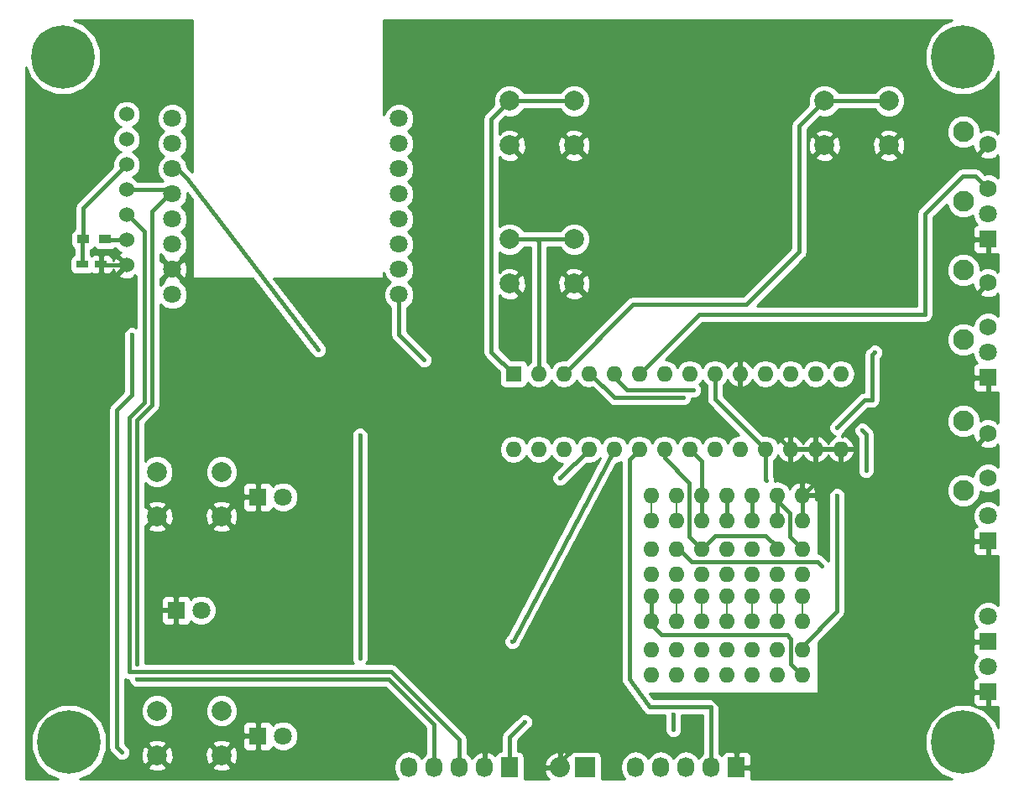
<source format=gbl>
G04 #@! TF.FileFunction,Copper,L2,Bot,Signal*
%FSLAX46Y46*%
G04 Gerber Fmt 4.6, Leading zero omitted, Abs format (unit mm)*
G04 Created by KiCad (PCBNEW 4.0.5+dfsg1-4) date Sat Jun 23 00:33:44 2018*
%MOMM*%
%LPD*%
G01*
G04 APERTURE LIST*
%ADD10C,0.100000*%
%ADD11C,0.150000*%
%ADD12C,6.400000*%
%ADD13O,1.600000X1.600000*%
%ADD14C,1.524000*%
%ADD15C,1.800000*%
%ADD16R,1.600000X1.600000*%
%ADD17C,2.000000*%
%ADD18R,1.800000X1.800000*%
%ADD19R,1.200000X0.900000*%
%ADD20R,1.200000X0.750000*%
%ADD21R,1.727200X2.032000*%
%ADD22O,1.727200X2.032000*%
%ADD23R,2.032000X2.032000*%
%ADD24O,2.032000X2.032000*%
%ADD25C,2.100000*%
%ADD26C,1.750000*%
%ADD27C,0.420000*%
%ADD28C,0.420000*%
%ADD29C,0.254000*%
G04 APERTURE END LIST*
D10*
D11*
X120967500Y-109664500D02*
X120967500Y-112204500D01*
X123507500Y-109664500D02*
X123507500Y-112204500D01*
X128587500Y-109664500D02*
X128587500Y-112204500D01*
X126047500Y-109664500D02*
X126047500Y-112204500D01*
X133667500Y-109664500D02*
X133667500Y-112204500D01*
X136207500Y-109664500D02*
X136207500Y-112204500D01*
X131127500Y-109664500D02*
X131127500Y-112204500D01*
X131127500Y-119824500D02*
X131127500Y-122364500D01*
X136207500Y-119824500D02*
X136207500Y-122364500D01*
X133667500Y-119824500D02*
X133667500Y-122364500D01*
X126047500Y-119824500D02*
X126047500Y-122364500D01*
X128587500Y-119824500D02*
X128587500Y-122364500D01*
X123507500Y-119824500D02*
X123507500Y-122364500D01*
X120967500Y-119824500D02*
X120967500Y-122364500D01*
D12*
X152400000Y-65405000D03*
X152400000Y-134620000D03*
X62230000Y-134620000D03*
D13*
X136207500Y-127825500D03*
X133667500Y-127825500D03*
X131127500Y-127825500D03*
X128587500Y-127825500D03*
X126047500Y-127825500D03*
X123507500Y-127825500D03*
X120967500Y-127825500D03*
X120967500Y-115125500D03*
X123507500Y-115125500D03*
X126047500Y-115125500D03*
X128587500Y-115125500D03*
X131127500Y-115125500D03*
X133667500Y-115125500D03*
X136207500Y-115125500D03*
X136207500Y-117665500D03*
X133667500Y-117665500D03*
X131127500Y-117665500D03*
X128587500Y-117665500D03*
X126047500Y-117665500D03*
X123507500Y-117665500D03*
X120967500Y-117665500D03*
X120967500Y-125285500D03*
X123507500Y-125285500D03*
X126047500Y-125285500D03*
X128587500Y-125285500D03*
X131127500Y-125285500D03*
X133667500Y-125285500D03*
X136207500Y-125285500D03*
D14*
X68040000Y-76280000D03*
X68040000Y-73740000D03*
X68040000Y-71200000D03*
X68040000Y-78820000D03*
X68040000Y-81360000D03*
X68040000Y-86440000D03*
X68040000Y-83900000D03*
D15*
X72644000Y-71628000D03*
X72644000Y-74168000D03*
X72644000Y-76708000D03*
X72644000Y-79248000D03*
X72644000Y-81788000D03*
X72644000Y-84328000D03*
X72644000Y-86868000D03*
X72644000Y-89408000D03*
X95504000Y-89408000D03*
X95504000Y-86868000D03*
X95504000Y-84328000D03*
X95504000Y-81788000D03*
X95504000Y-79248000D03*
X95504000Y-76708000D03*
X95504000Y-74168000D03*
X95504000Y-71628000D03*
D16*
X107061000Y-97409000D03*
D13*
X140081000Y-105029000D03*
X109601000Y-97409000D03*
X137541000Y-105029000D03*
X112141000Y-97409000D03*
X135001000Y-105029000D03*
X114681000Y-97409000D03*
X132461000Y-105029000D03*
X117221000Y-97409000D03*
X129921000Y-105029000D03*
X119761000Y-97409000D03*
X127381000Y-105029000D03*
X122301000Y-97409000D03*
X124841000Y-105029000D03*
X124841000Y-97409000D03*
X122301000Y-105029000D03*
X127381000Y-97409000D03*
X119761000Y-105029000D03*
X129921000Y-97409000D03*
X117221000Y-105029000D03*
X132461000Y-97409000D03*
X114681000Y-105029000D03*
X135001000Y-97409000D03*
X112141000Y-105029000D03*
X137541000Y-97409000D03*
X109601000Y-105029000D03*
X140081000Y-97409000D03*
X107061000Y-105029000D03*
D17*
X106680000Y-74350000D03*
X106680000Y-69850000D03*
X113180000Y-74350000D03*
X113180000Y-69850000D03*
D18*
X154940000Y-114300000D03*
D15*
X154940000Y-111760000D03*
D18*
X81280000Y-109855000D03*
D15*
X83820000Y-109855000D03*
D17*
X71120000Y-111815000D03*
X71120000Y-107315000D03*
X77620000Y-111815000D03*
X77620000Y-107315000D03*
D18*
X81280000Y-133985000D03*
D15*
X83820000Y-133985000D03*
D17*
X71120000Y-135945000D03*
X71120000Y-131445000D03*
X77620000Y-135945000D03*
X77620000Y-131445000D03*
D18*
X154940000Y-83820000D03*
D15*
X154940000Y-81280000D03*
D18*
X154940000Y-97790000D03*
D15*
X154940000Y-95250000D03*
D17*
X138430000Y-74350000D03*
X138430000Y-69850000D03*
X144930000Y-74350000D03*
X144930000Y-69850000D03*
X106680000Y-88320000D03*
X106680000Y-83820000D03*
X113180000Y-88320000D03*
X113180000Y-83820000D03*
D18*
X154940000Y-129540000D03*
D15*
X154940000Y-127000000D03*
D18*
X73025000Y-121285000D03*
D15*
X75565000Y-121285000D03*
D18*
X154940000Y-124460000D03*
D15*
X154940000Y-121920000D03*
D19*
X63670000Y-83820000D03*
X65870000Y-83820000D03*
D20*
X63566000Y-86360000D03*
X65466000Y-86360000D03*
D21*
X129540000Y-137160000D03*
D22*
X127000000Y-137160000D03*
X124460000Y-137160000D03*
X121920000Y-137160000D03*
X119380000Y-137160000D03*
D21*
X106680000Y-137160000D03*
D22*
X104140000Y-137160000D03*
X101600000Y-137160000D03*
X99060000Y-137160000D03*
X96520000Y-137160000D03*
D23*
X114300000Y-137160000D03*
D24*
X111760000Y-137160000D03*
D12*
X61595000Y-65405000D03*
D25*
X152450000Y-102190000D03*
D26*
X154940000Y-103450000D03*
X154940000Y-107950000D03*
D25*
X152450000Y-109200000D03*
X152450000Y-72980000D03*
D26*
X154940000Y-74240000D03*
X154940000Y-78740000D03*
D25*
X152450000Y-79990000D03*
X152450000Y-86950000D03*
D26*
X154940000Y-88210000D03*
X154940000Y-92710000D03*
D25*
X152450000Y-93960000D03*
D13*
X120967500Y-122364500D03*
X123507500Y-122364500D03*
X126047500Y-122364500D03*
X128587500Y-122364500D03*
X131127500Y-122364500D03*
X133667500Y-122364500D03*
X136207500Y-122364500D03*
X136207500Y-109664500D03*
X133667500Y-109664500D03*
X131127500Y-109664500D03*
X128587500Y-109664500D03*
X126047500Y-109664500D03*
X123507500Y-109664500D03*
X120967500Y-109664500D03*
X120967500Y-112204500D03*
X123507500Y-112204500D03*
X126047500Y-112204500D03*
X128587500Y-112204500D03*
X131127500Y-112204500D03*
X133667500Y-112204500D03*
X136207500Y-112204500D03*
X136207500Y-119824500D03*
X133667500Y-119824500D03*
X131127500Y-119824500D03*
X128587500Y-119824500D03*
X126047500Y-119824500D03*
X123507500Y-119824500D03*
X120967500Y-119824500D03*
D27*
X114300000Y-115316000D03*
X127000000Y-101600000D03*
X132080000Y-102108000D03*
X116840000Y-131572000D03*
X121412000Y-130048000D03*
X124206000Y-99822000D03*
X142621000Y-107188000D03*
X142240000Y-103124000D03*
X111760000Y-107950000D03*
X91567000Y-126111000D03*
X91567000Y-103632000D03*
X139700000Y-102870000D03*
X143510000Y-95250000D03*
X125222000Y-99060000D03*
X139700000Y-109728000D03*
X132588000Y-108204000D03*
X108204000Y-132588000D03*
X98044000Y-96012000D03*
X87376000Y-94996000D03*
X69088000Y-128270000D03*
X69088000Y-126746000D03*
X118745000Y-121285000D03*
X106934000Y-124460000D03*
X123190000Y-131826000D03*
X123190000Y-133350000D03*
X138176000Y-116840000D03*
X68580000Y-93472000D03*
X67564000Y-135636000D03*
D28*
X63670000Y-83820000D02*
X63670000Y-80650000D01*
X63670000Y-80650000D02*
X68040000Y-76280000D01*
X63566000Y-86360000D02*
X63566000Y-83924000D01*
X63566000Y-83924000D02*
X63670000Y-83820000D01*
X135001000Y-105029000D02*
X140081000Y-105029000D01*
X136207500Y-112204500D02*
X136207500Y-109664500D01*
X136207500Y-109664500D02*
X137541000Y-108331000D01*
X137541000Y-108331000D02*
X137541000Y-105029000D01*
X132080000Y-102108000D02*
X135001000Y-105029000D01*
X111760000Y-136652000D02*
X116840000Y-131572000D01*
X111760000Y-137160000D02*
X111760000Y-136652000D01*
X68040000Y-86440000D02*
X65546000Y-86440000D01*
X65546000Y-86440000D02*
X65466000Y-86360000D01*
X68040000Y-86440000D02*
X68040000Y-86265000D01*
X129540000Y-137160000D02*
X129540000Y-132588000D01*
X129540000Y-132588000D02*
X127000000Y-130048000D01*
X127000000Y-130048000D02*
X121412000Y-130048000D01*
X117221000Y-99822000D02*
X124206000Y-99822000D01*
X114808000Y-97409000D02*
X117221000Y-99822000D01*
X142621000Y-103505000D02*
X142621000Y-107188000D01*
X142240000Y-103124000D02*
X142621000Y-103505000D01*
X114681000Y-97409000D02*
X114808000Y-97409000D01*
X114681000Y-105029000D02*
X111760000Y-107950000D01*
X91567000Y-120269000D02*
X91567000Y-126111000D01*
X91567000Y-103632000D02*
X91567000Y-120269000D01*
X142494000Y-100076000D02*
X143256000Y-100076000D01*
X139700000Y-102870000D02*
X142494000Y-100076000D01*
X143510000Y-95250000D02*
X143256000Y-95504000D01*
X143256000Y-95504000D02*
X143256000Y-100076000D01*
X148590000Y-91376500D02*
X148590000Y-81280000D01*
X153670000Y-77470000D02*
X154940000Y-78740000D01*
X152400000Y-77470000D02*
X153670000Y-77470000D01*
X148590000Y-81280000D02*
X152400000Y-77470000D01*
X125793500Y-91376500D02*
X119761000Y-97409000D01*
X148590000Y-91376500D02*
X125793500Y-91376500D01*
X117221000Y-97409000D02*
X117221000Y-97790000D01*
X117221000Y-97790000D02*
X118491000Y-99060000D01*
X118491000Y-99060000D02*
X125222000Y-99060000D01*
X132588000Y-108204000D02*
X132461000Y-108077000D01*
X132461000Y-108077000D02*
X132461000Y-105029000D01*
X136207500Y-124904500D02*
X139700000Y-121412000D01*
X139700000Y-121412000D02*
X139700000Y-109728000D01*
X106680000Y-134112000D02*
X106680000Y-137160000D01*
X108204000Y-132588000D02*
X106680000Y-134112000D01*
X68040000Y-83900000D02*
X65950000Y-83900000D01*
X65950000Y-83900000D02*
X65870000Y-83820000D01*
X95504000Y-93472000D02*
X95504000Y-89408000D01*
X98044000Y-96012000D02*
X95504000Y-93472000D01*
X136207500Y-125285500D02*
X136207500Y-124904500D01*
X127381000Y-97409000D02*
X127381000Y-99949000D01*
X127381000Y-99949000D02*
X132461000Y-105029000D01*
X120967500Y-119824500D02*
X120967500Y-122364500D01*
X120967500Y-122364500D02*
X120967500Y-122745500D01*
X135064500Y-126682500D02*
X135064500Y-124142500D01*
X135064500Y-124142500D02*
X134683500Y-123761500D01*
X121983500Y-123761500D02*
X120967500Y-122745500D01*
X121983500Y-123761500D02*
X134683500Y-123761500D01*
X136207500Y-127825500D02*
X135064500Y-126682500D01*
X101600000Y-137160000D02*
X101600000Y-134366000D01*
X69850000Y-83058000D02*
X69850000Y-100330000D01*
X69850000Y-83058000D02*
X68152000Y-81360000D01*
X69850000Y-100330000D02*
X68326000Y-101854000D01*
X94742000Y-127508000D02*
X99822000Y-132588000D01*
X68326000Y-127508000D02*
X68326000Y-101854000D01*
X68326000Y-127508000D02*
X94742000Y-127508000D01*
X101600000Y-134366000D02*
X99822000Y-132588000D01*
X74168000Y-77724000D02*
X73152000Y-76708000D01*
X87376000Y-94996000D02*
X74168000Y-77724000D01*
X73152000Y-76708000D02*
X72644000Y-76708000D01*
X68040000Y-81360000D02*
X68152000Y-81360000D01*
X69088000Y-128270000D02*
X69596000Y-128270000D01*
X99060000Y-137160000D02*
X99060000Y-132842000D01*
X99060000Y-132842000D02*
X94488000Y-128270000D01*
X94488000Y-128270000D02*
X69596000Y-128270000D01*
X70612000Y-100584000D02*
X69088000Y-102108000D01*
X70612000Y-81026000D02*
X70612000Y-100584000D01*
X72390000Y-79248000D02*
X70612000Y-81026000D01*
X69088000Y-102108000D02*
X69088000Y-126746000D01*
X72644000Y-79248000D02*
X72390000Y-79248000D01*
X68040000Y-78820000D02*
X72216000Y-78820000D01*
X72216000Y-78820000D02*
X72644000Y-79248000D01*
X68040000Y-78820000D02*
X68040000Y-78835000D01*
X68040000Y-78820000D02*
X68500000Y-78820000D01*
X118745000Y-128270000D02*
X118745000Y-121285000D01*
X118745000Y-106045000D02*
X119761000Y-105029000D01*
X118745000Y-121285000D02*
X118745000Y-106045000D01*
X118745000Y-121285000D02*
X118745000Y-121285000D01*
X127000000Y-137160000D02*
X127000000Y-132080000D01*
X120777000Y-131064000D02*
X118745000Y-128270000D01*
X127000000Y-131064000D02*
X120777000Y-131064000D01*
X127000000Y-132080000D02*
X127000000Y-131064000D01*
X122301000Y-105029000D02*
X122301000Y-105918000D01*
X124777500Y-113855500D02*
X126047500Y-115125500D01*
X124777500Y-108394500D02*
X124777500Y-113855500D01*
X122301000Y-105918000D02*
X124777500Y-108394500D01*
X126047500Y-115125500D02*
X126047500Y-114871500D01*
X132524500Y-113728500D02*
X127444500Y-113728500D01*
X127444500Y-113728500D02*
X126047500Y-115125500D01*
X133667500Y-114871500D02*
X132524500Y-113728500D01*
X133667500Y-115125500D02*
X133667500Y-114871500D01*
X138430000Y-69850000D02*
X135890000Y-72390000D01*
X119126000Y-90424000D02*
X112141000Y-97409000D01*
X130556000Y-90424000D02*
X119126000Y-90424000D01*
X135890000Y-85090000D02*
X130556000Y-90424000D01*
X135890000Y-72390000D02*
X135890000Y-85090000D01*
X138430000Y-69850000D02*
X144930000Y-69850000D01*
X109601000Y-97409000D02*
X109601000Y-84010500D01*
X109601000Y-84010500D02*
X109410500Y-83820000D01*
X106680000Y-83820000D02*
X109410500Y-83820000D01*
X109410500Y-83820000D02*
X113180000Y-83820000D01*
X113180000Y-69850000D02*
X106680000Y-69850000D01*
X106680000Y-69850000D02*
X104838500Y-71691500D01*
X104838500Y-71691500D02*
X104838500Y-95186500D01*
X104838500Y-95186500D02*
X107061000Y-97409000D01*
X126047500Y-109664500D02*
X126047500Y-106235500D01*
X126047500Y-106235500D02*
X124841000Y-105029000D01*
X126047500Y-112204500D02*
X126047500Y-109664500D01*
X133667500Y-110172500D02*
X133667500Y-109664500D01*
X134937500Y-111442500D02*
X133667500Y-110172500D01*
X134937500Y-113855500D02*
X134937500Y-111442500D01*
X136207500Y-115125500D02*
X134937500Y-113855500D01*
X133667500Y-109664500D02*
X133667500Y-112204500D01*
X128587500Y-109664500D02*
X128587500Y-112204500D01*
X131127500Y-109664500D02*
X131127500Y-112204500D01*
X117221000Y-105029000D02*
X107061000Y-124333000D01*
X107061000Y-124333000D02*
X106934000Y-124460000D01*
X123190000Y-133350000D02*
X123190000Y-131826000D01*
X136588500Y-116395500D02*
X137731500Y-116395500D01*
X137731500Y-116395500D02*
X138176000Y-116840000D01*
X123761500Y-115125500D02*
X125031500Y-116395500D01*
X125031500Y-116395500D02*
X136588500Y-116395500D01*
X123507500Y-115125500D02*
X123761500Y-115125500D01*
X67056000Y-135128000D02*
X67564000Y-135636000D01*
X67056000Y-101092000D02*
X67056000Y-135128000D01*
X68580000Y-99568000D02*
X67056000Y-101092000D01*
X68580000Y-93472000D02*
X68580000Y-99568000D01*
D29*
G36*
X74676000Y-77036990D02*
X74179146Y-76540136D01*
X74179265Y-76404009D01*
X73946068Y-75839629D01*
X73544818Y-75437677D01*
X73944551Y-75038643D01*
X74178733Y-74474670D01*
X74179265Y-73864009D01*
X73946068Y-73299629D01*
X73544818Y-72897677D01*
X73944551Y-72498643D01*
X74178733Y-71934670D01*
X74179265Y-71324009D01*
X73946068Y-70759629D01*
X73514643Y-70327449D01*
X72950670Y-70093267D01*
X72340009Y-70092735D01*
X71775629Y-70325932D01*
X71343449Y-70757357D01*
X71109267Y-71321330D01*
X71108735Y-71931991D01*
X71341932Y-72496371D01*
X71743182Y-72898323D01*
X71343449Y-73297357D01*
X71109267Y-73861330D01*
X71108735Y-74471991D01*
X71341932Y-75036371D01*
X71743182Y-75438323D01*
X71343449Y-75837357D01*
X71109267Y-76401330D01*
X71108735Y-77011991D01*
X71341932Y-77576371D01*
X71739865Y-77975000D01*
X69170408Y-77975000D01*
X68832370Y-77636371D01*
X68624488Y-77550051D01*
X68830303Y-77465010D01*
X69223629Y-77072370D01*
X69436757Y-76559100D01*
X69437242Y-76003339D01*
X69225010Y-75489697D01*
X68832370Y-75096371D01*
X68624488Y-75010051D01*
X68830303Y-74925010D01*
X69223629Y-74532370D01*
X69436757Y-74019100D01*
X69437242Y-73463339D01*
X69225010Y-72949697D01*
X68832370Y-72556371D01*
X68624488Y-72470051D01*
X68830303Y-72385010D01*
X69223629Y-71992370D01*
X69436757Y-71479100D01*
X69437242Y-70923339D01*
X69225010Y-70409697D01*
X68832370Y-70016371D01*
X68319100Y-69803243D01*
X67763339Y-69802758D01*
X67249697Y-70014990D01*
X66856371Y-70407630D01*
X66643243Y-70920900D01*
X66642758Y-71476661D01*
X66854990Y-71990303D01*
X67247630Y-72383629D01*
X67455512Y-72469949D01*
X67249697Y-72554990D01*
X66856371Y-72947630D01*
X66643243Y-73460900D01*
X66642758Y-74016661D01*
X66854990Y-74530303D01*
X67247630Y-74923629D01*
X67455512Y-75009949D01*
X67249697Y-75094990D01*
X66856371Y-75487630D01*
X66643243Y-76000900D01*
X66642823Y-76482167D01*
X63072495Y-80052495D01*
X62889322Y-80326632D01*
X62825000Y-80650000D01*
X62825000Y-82773069D01*
X62618559Y-82905910D01*
X62473569Y-83118110D01*
X62422560Y-83370000D01*
X62422560Y-84270000D01*
X62466838Y-84505317D01*
X62605910Y-84721441D01*
X62721000Y-84800079D01*
X62721000Y-85388069D01*
X62514559Y-85520910D01*
X62369569Y-85733110D01*
X62318560Y-85985000D01*
X62318560Y-86735000D01*
X62362838Y-86970317D01*
X62501910Y-87186441D01*
X62714110Y-87331431D01*
X62966000Y-87382440D01*
X64166000Y-87382440D01*
X64401317Y-87338162D01*
X64504646Y-87271671D01*
X64506302Y-87273327D01*
X64739691Y-87370000D01*
X65180250Y-87370000D01*
X65339000Y-87211250D01*
X65339000Y-86487000D01*
X65319000Y-86487000D01*
X65319000Y-86233000D01*
X65339000Y-86233000D01*
X65339000Y-85508750D01*
X65593000Y-85508750D01*
X65593000Y-86233000D01*
X65613000Y-86233000D01*
X65613000Y-86487000D01*
X65593000Y-86487000D01*
X65593000Y-87211250D01*
X65751750Y-87370000D01*
X66192309Y-87370000D01*
X66425698Y-87273327D01*
X66604327Y-87094699D01*
X66695133Y-86875474D01*
X66817603Y-87171143D01*
X67059787Y-87240608D01*
X67860395Y-86440000D01*
X67059787Y-85639392D01*
X66817603Y-85708857D01*
X66701000Y-86035691D01*
X66701000Y-85858690D01*
X66604327Y-85625301D01*
X66425698Y-85446673D01*
X66192309Y-85350000D01*
X65751750Y-85350000D01*
X65593000Y-85508750D01*
X65339000Y-85508750D01*
X65180250Y-85350000D01*
X64739691Y-85350000D01*
X64506302Y-85446673D01*
X64504932Y-85448043D01*
X64417890Y-85388569D01*
X64411000Y-85387174D01*
X64411000Y-84890909D01*
X64505317Y-84873162D01*
X64721441Y-84734090D01*
X64769134Y-84664289D01*
X64805910Y-84721441D01*
X65018110Y-84866431D01*
X65270000Y-84917440D01*
X66470000Y-84917440D01*
X66705317Y-84873162D01*
X66904486Y-84745000D01*
X66909592Y-84745000D01*
X67247630Y-85083629D01*
X67439727Y-85163395D01*
X67308857Y-85217603D01*
X67239392Y-85459787D01*
X68040000Y-86260395D01*
X68054143Y-86246253D01*
X68233748Y-86425858D01*
X68219605Y-86440000D01*
X68233748Y-86454143D01*
X68054143Y-86633748D01*
X68040000Y-86619605D01*
X67239392Y-87420213D01*
X67308857Y-87662397D01*
X67832302Y-87849144D01*
X68387368Y-87821362D01*
X68771143Y-87662397D01*
X68840607Y-87420215D01*
X68955618Y-87535226D01*
X69005000Y-87485844D01*
X69005000Y-92733523D01*
X68748818Y-92627147D01*
X68412656Y-92626853D01*
X68101971Y-92755226D01*
X67864061Y-92992721D01*
X67735147Y-93303182D01*
X67734853Y-93639344D01*
X67735000Y-93639700D01*
X67735000Y-99217989D01*
X66458495Y-100494495D01*
X66275322Y-100768632D01*
X66211000Y-101092000D01*
X66211000Y-135128000D01*
X66275322Y-135451368D01*
X66436481Y-135692559D01*
X66458495Y-135725505D01*
X66966259Y-136233270D01*
X67084721Y-136351939D01*
X67395182Y-136480853D01*
X67731344Y-136481147D01*
X68042029Y-136352774D01*
X68279939Y-136115279D01*
X68408853Y-135804818D01*
X68408961Y-135680461D01*
X69474092Y-135680461D01*
X69498144Y-136330460D01*
X69700613Y-136819264D01*
X69967468Y-136917927D01*
X70940395Y-135945000D01*
X71299605Y-135945000D01*
X72272532Y-136917927D01*
X72539387Y-136819264D01*
X72765908Y-136209539D01*
X72746331Y-135680461D01*
X75974092Y-135680461D01*
X75998144Y-136330460D01*
X76200613Y-136819264D01*
X76467468Y-136917927D01*
X77440395Y-135945000D01*
X77799605Y-135945000D01*
X78772532Y-136917927D01*
X79039387Y-136819264D01*
X79265908Y-136209539D01*
X79241856Y-135559540D01*
X79039387Y-135070736D01*
X78772532Y-134972073D01*
X77799605Y-135945000D01*
X77440395Y-135945000D01*
X76467468Y-134972073D01*
X76200613Y-135070736D01*
X75974092Y-135680461D01*
X72746331Y-135680461D01*
X72741856Y-135559540D01*
X72539387Y-135070736D01*
X72272532Y-134972073D01*
X71299605Y-135945000D01*
X70940395Y-135945000D01*
X69967468Y-134972073D01*
X69700613Y-135070736D01*
X69474092Y-135680461D01*
X68408961Y-135680461D01*
X68409147Y-135468656D01*
X68280774Y-135157971D01*
X68043279Y-134920061D01*
X68042925Y-134919914D01*
X67915479Y-134792468D01*
X70147073Y-134792468D01*
X71120000Y-135765395D01*
X72092927Y-134792468D01*
X76647073Y-134792468D01*
X77620000Y-135765395D01*
X78592927Y-134792468D01*
X78494264Y-134525613D01*
X77884539Y-134299092D01*
X77234540Y-134323144D01*
X76745736Y-134525613D01*
X76647073Y-134792468D01*
X72092927Y-134792468D01*
X71994264Y-134525613D01*
X71384539Y-134299092D01*
X70734540Y-134323144D01*
X70245736Y-134525613D01*
X70147073Y-134792468D01*
X67915479Y-134792468D01*
X67901000Y-134777990D01*
X67901000Y-134270750D01*
X79745000Y-134270750D01*
X79745000Y-135011310D01*
X79841673Y-135244699D01*
X80020302Y-135423327D01*
X80253691Y-135520000D01*
X80994250Y-135520000D01*
X81153000Y-135361250D01*
X81153000Y-134112000D01*
X79903750Y-134112000D01*
X79745000Y-134270750D01*
X67901000Y-134270750D01*
X67901000Y-131768795D01*
X69484716Y-131768795D01*
X69733106Y-132369943D01*
X70192637Y-132830278D01*
X70793352Y-133079716D01*
X71443795Y-133080284D01*
X72044943Y-132831894D01*
X72505278Y-132372363D01*
X72754716Y-131771648D01*
X72754718Y-131768795D01*
X75984716Y-131768795D01*
X76233106Y-132369943D01*
X76692637Y-132830278D01*
X77293352Y-133079716D01*
X77943795Y-133080284D01*
X78238074Y-132958690D01*
X79745000Y-132958690D01*
X79745000Y-133699250D01*
X79903750Y-133858000D01*
X81153000Y-133858000D01*
X81153000Y-132608750D01*
X81407000Y-132608750D01*
X81407000Y-133858000D01*
X81427000Y-133858000D01*
X81427000Y-134112000D01*
X81407000Y-134112000D01*
X81407000Y-135361250D01*
X81565750Y-135520000D01*
X82306309Y-135520000D01*
X82539698Y-135423327D01*
X82718327Y-135244699D01*
X82774119Y-135110006D01*
X82949357Y-135285551D01*
X83513330Y-135519733D01*
X84123991Y-135520265D01*
X84688371Y-135287068D01*
X85120551Y-134855643D01*
X85354733Y-134291670D01*
X85355265Y-133681009D01*
X85122068Y-133116629D01*
X84690643Y-132684449D01*
X84126670Y-132450267D01*
X83516009Y-132449735D01*
X82951629Y-132682932D01*
X82774159Y-132860092D01*
X82718327Y-132725301D01*
X82539698Y-132546673D01*
X82306309Y-132450000D01*
X81565750Y-132450000D01*
X81407000Y-132608750D01*
X81153000Y-132608750D01*
X80994250Y-132450000D01*
X80253691Y-132450000D01*
X80020302Y-132546673D01*
X79841673Y-132725301D01*
X79745000Y-132958690D01*
X78238074Y-132958690D01*
X78544943Y-132831894D01*
X79005278Y-132372363D01*
X79254716Y-131771648D01*
X79255284Y-131121205D01*
X79006894Y-130520057D01*
X78547363Y-130059722D01*
X77946648Y-129810284D01*
X77296205Y-129809716D01*
X76695057Y-130058106D01*
X76234722Y-130517637D01*
X75985284Y-131118352D01*
X75984716Y-131768795D01*
X72754718Y-131768795D01*
X72755284Y-131121205D01*
X72506894Y-130520057D01*
X72047363Y-130059722D01*
X71446648Y-129810284D01*
X70796205Y-129809716D01*
X70195057Y-130058106D01*
X69734722Y-130517637D01*
X69485284Y-131118352D01*
X69484716Y-131768795D01*
X67901000Y-131768795D01*
X67901000Y-128220769D01*
X68002632Y-128288678D01*
X68242941Y-128336479D01*
X68242853Y-128437344D01*
X68371226Y-128748029D01*
X68608721Y-128985939D01*
X68919182Y-129114853D01*
X69255344Y-129115147D01*
X69255700Y-129115000D01*
X94137990Y-129115000D01*
X98215000Y-133192011D01*
X98215000Y-135772147D01*
X98000330Y-135915585D01*
X97790000Y-136230366D01*
X97579670Y-135915585D01*
X97093489Y-135590729D01*
X96520000Y-135476655D01*
X95946511Y-135590729D01*
X95460330Y-135915585D01*
X95135474Y-136401766D01*
X95021400Y-136975255D01*
X95021400Y-137344745D01*
X95135474Y-137918234D01*
X95392567Y-138303000D01*
X63358957Y-138303000D01*
X64399515Y-137873050D01*
X65176387Y-137097532D01*
X70147073Y-137097532D01*
X70245736Y-137364387D01*
X70855461Y-137590908D01*
X71505460Y-137566856D01*
X71994264Y-137364387D01*
X72092927Y-137097532D01*
X76647073Y-137097532D01*
X76745736Y-137364387D01*
X77355461Y-137590908D01*
X78005460Y-137566856D01*
X78494264Y-137364387D01*
X78592927Y-137097532D01*
X77620000Y-136124605D01*
X76647073Y-137097532D01*
X72092927Y-137097532D01*
X71120000Y-136124605D01*
X70147073Y-137097532D01*
X65176387Y-137097532D01*
X65479259Y-136795189D01*
X66064333Y-135386175D01*
X66065664Y-133860518D01*
X65483050Y-132450485D01*
X64405189Y-131370741D01*
X62996175Y-130785667D01*
X61470518Y-130784336D01*
X60060485Y-131366950D01*
X58980741Y-132444811D01*
X58395667Y-133853825D01*
X58394336Y-135379482D01*
X58976950Y-136789515D01*
X60054811Y-137869259D01*
X61099375Y-138303000D01*
X57860000Y-138303000D01*
X57860000Y-66408107D01*
X58341950Y-67574515D01*
X59419811Y-68654259D01*
X60828825Y-69239333D01*
X62354482Y-69240664D01*
X63764515Y-68658050D01*
X64844259Y-67580189D01*
X65429333Y-66171175D01*
X65430664Y-64645518D01*
X64848050Y-63235485D01*
X63770189Y-62155741D01*
X62725625Y-61722000D01*
X74676000Y-61722000D01*
X74676000Y-77036990D01*
X74676000Y-77036990D01*
G37*
X74676000Y-77036990D02*
X74179146Y-76540136D01*
X74179265Y-76404009D01*
X73946068Y-75839629D01*
X73544818Y-75437677D01*
X73944551Y-75038643D01*
X74178733Y-74474670D01*
X74179265Y-73864009D01*
X73946068Y-73299629D01*
X73544818Y-72897677D01*
X73944551Y-72498643D01*
X74178733Y-71934670D01*
X74179265Y-71324009D01*
X73946068Y-70759629D01*
X73514643Y-70327449D01*
X72950670Y-70093267D01*
X72340009Y-70092735D01*
X71775629Y-70325932D01*
X71343449Y-70757357D01*
X71109267Y-71321330D01*
X71108735Y-71931991D01*
X71341932Y-72496371D01*
X71743182Y-72898323D01*
X71343449Y-73297357D01*
X71109267Y-73861330D01*
X71108735Y-74471991D01*
X71341932Y-75036371D01*
X71743182Y-75438323D01*
X71343449Y-75837357D01*
X71109267Y-76401330D01*
X71108735Y-77011991D01*
X71341932Y-77576371D01*
X71739865Y-77975000D01*
X69170408Y-77975000D01*
X68832370Y-77636371D01*
X68624488Y-77550051D01*
X68830303Y-77465010D01*
X69223629Y-77072370D01*
X69436757Y-76559100D01*
X69437242Y-76003339D01*
X69225010Y-75489697D01*
X68832370Y-75096371D01*
X68624488Y-75010051D01*
X68830303Y-74925010D01*
X69223629Y-74532370D01*
X69436757Y-74019100D01*
X69437242Y-73463339D01*
X69225010Y-72949697D01*
X68832370Y-72556371D01*
X68624488Y-72470051D01*
X68830303Y-72385010D01*
X69223629Y-71992370D01*
X69436757Y-71479100D01*
X69437242Y-70923339D01*
X69225010Y-70409697D01*
X68832370Y-70016371D01*
X68319100Y-69803243D01*
X67763339Y-69802758D01*
X67249697Y-70014990D01*
X66856371Y-70407630D01*
X66643243Y-70920900D01*
X66642758Y-71476661D01*
X66854990Y-71990303D01*
X67247630Y-72383629D01*
X67455512Y-72469949D01*
X67249697Y-72554990D01*
X66856371Y-72947630D01*
X66643243Y-73460900D01*
X66642758Y-74016661D01*
X66854990Y-74530303D01*
X67247630Y-74923629D01*
X67455512Y-75009949D01*
X67249697Y-75094990D01*
X66856371Y-75487630D01*
X66643243Y-76000900D01*
X66642823Y-76482167D01*
X63072495Y-80052495D01*
X62889322Y-80326632D01*
X62825000Y-80650000D01*
X62825000Y-82773069D01*
X62618559Y-82905910D01*
X62473569Y-83118110D01*
X62422560Y-83370000D01*
X62422560Y-84270000D01*
X62466838Y-84505317D01*
X62605910Y-84721441D01*
X62721000Y-84800079D01*
X62721000Y-85388069D01*
X62514559Y-85520910D01*
X62369569Y-85733110D01*
X62318560Y-85985000D01*
X62318560Y-86735000D01*
X62362838Y-86970317D01*
X62501910Y-87186441D01*
X62714110Y-87331431D01*
X62966000Y-87382440D01*
X64166000Y-87382440D01*
X64401317Y-87338162D01*
X64504646Y-87271671D01*
X64506302Y-87273327D01*
X64739691Y-87370000D01*
X65180250Y-87370000D01*
X65339000Y-87211250D01*
X65339000Y-86487000D01*
X65319000Y-86487000D01*
X65319000Y-86233000D01*
X65339000Y-86233000D01*
X65339000Y-85508750D01*
X65593000Y-85508750D01*
X65593000Y-86233000D01*
X65613000Y-86233000D01*
X65613000Y-86487000D01*
X65593000Y-86487000D01*
X65593000Y-87211250D01*
X65751750Y-87370000D01*
X66192309Y-87370000D01*
X66425698Y-87273327D01*
X66604327Y-87094699D01*
X66695133Y-86875474D01*
X66817603Y-87171143D01*
X67059787Y-87240608D01*
X67860395Y-86440000D01*
X67059787Y-85639392D01*
X66817603Y-85708857D01*
X66701000Y-86035691D01*
X66701000Y-85858690D01*
X66604327Y-85625301D01*
X66425698Y-85446673D01*
X66192309Y-85350000D01*
X65751750Y-85350000D01*
X65593000Y-85508750D01*
X65339000Y-85508750D01*
X65180250Y-85350000D01*
X64739691Y-85350000D01*
X64506302Y-85446673D01*
X64504932Y-85448043D01*
X64417890Y-85388569D01*
X64411000Y-85387174D01*
X64411000Y-84890909D01*
X64505317Y-84873162D01*
X64721441Y-84734090D01*
X64769134Y-84664289D01*
X64805910Y-84721441D01*
X65018110Y-84866431D01*
X65270000Y-84917440D01*
X66470000Y-84917440D01*
X66705317Y-84873162D01*
X66904486Y-84745000D01*
X66909592Y-84745000D01*
X67247630Y-85083629D01*
X67439727Y-85163395D01*
X67308857Y-85217603D01*
X67239392Y-85459787D01*
X68040000Y-86260395D01*
X68054143Y-86246253D01*
X68233748Y-86425858D01*
X68219605Y-86440000D01*
X68233748Y-86454143D01*
X68054143Y-86633748D01*
X68040000Y-86619605D01*
X67239392Y-87420213D01*
X67308857Y-87662397D01*
X67832302Y-87849144D01*
X68387368Y-87821362D01*
X68771143Y-87662397D01*
X68840607Y-87420215D01*
X68955618Y-87535226D01*
X69005000Y-87485844D01*
X69005000Y-92733523D01*
X68748818Y-92627147D01*
X68412656Y-92626853D01*
X68101971Y-92755226D01*
X67864061Y-92992721D01*
X67735147Y-93303182D01*
X67734853Y-93639344D01*
X67735000Y-93639700D01*
X67735000Y-99217989D01*
X66458495Y-100494495D01*
X66275322Y-100768632D01*
X66211000Y-101092000D01*
X66211000Y-135128000D01*
X66275322Y-135451368D01*
X66436481Y-135692559D01*
X66458495Y-135725505D01*
X66966259Y-136233270D01*
X67084721Y-136351939D01*
X67395182Y-136480853D01*
X67731344Y-136481147D01*
X68042029Y-136352774D01*
X68279939Y-136115279D01*
X68408853Y-135804818D01*
X68408961Y-135680461D01*
X69474092Y-135680461D01*
X69498144Y-136330460D01*
X69700613Y-136819264D01*
X69967468Y-136917927D01*
X70940395Y-135945000D01*
X71299605Y-135945000D01*
X72272532Y-136917927D01*
X72539387Y-136819264D01*
X72765908Y-136209539D01*
X72746331Y-135680461D01*
X75974092Y-135680461D01*
X75998144Y-136330460D01*
X76200613Y-136819264D01*
X76467468Y-136917927D01*
X77440395Y-135945000D01*
X77799605Y-135945000D01*
X78772532Y-136917927D01*
X79039387Y-136819264D01*
X79265908Y-136209539D01*
X79241856Y-135559540D01*
X79039387Y-135070736D01*
X78772532Y-134972073D01*
X77799605Y-135945000D01*
X77440395Y-135945000D01*
X76467468Y-134972073D01*
X76200613Y-135070736D01*
X75974092Y-135680461D01*
X72746331Y-135680461D01*
X72741856Y-135559540D01*
X72539387Y-135070736D01*
X72272532Y-134972073D01*
X71299605Y-135945000D01*
X70940395Y-135945000D01*
X69967468Y-134972073D01*
X69700613Y-135070736D01*
X69474092Y-135680461D01*
X68408961Y-135680461D01*
X68409147Y-135468656D01*
X68280774Y-135157971D01*
X68043279Y-134920061D01*
X68042925Y-134919914D01*
X67915479Y-134792468D01*
X70147073Y-134792468D01*
X71120000Y-135765395D01*
X72092927Y-134792468D01*
X76647073Y-134792468D01*
X77620000Y-135765395D01*
X78592927Y-134792468D01*
X78494264Y-134525613D01*
X77884539Y-134299092D01*
X77234540Y-134323144D01*
X76745736Y-134525613D01*
X76647073Y-134792468D01*
X72092927Y-134792468D01*
X71994264Y-134525613D01*
X71384539Y-134299092D01*
X70734540Y-134323144D01*
X70245736Y-134525613D01*
X70147073Y-134792468D01*
X67915479Y-134792468D01*
X67901000Y-134777990D01*
X67901000Y-134270750D01*
X79745000Y-134270750D01*
X79745000Y-135011310D01*
X79841673Y-135244699D01*
X80020302Y-135423327D01*
X80253691Y-135520000D01*
X80994250Y-135520000D01*
X81153000Y-135361250D01*
X81153000Y-134112000D01*
X79903750Y-134112000D01*
X79745000Y-134270750D01*
X67901000Y-134270750D01*
X67901000Y-131768795D01*
X69484716Y-131768795D01*
X69733106Y-132369943D01*
X70192637Y-132830278D01*
X70793352Y-133079716D01*
X71443795Y-133080284D01*
X72044943Y-132831894D01*
X72505278Y-132372363D01*
X72754716Y-131771648D01*
X72754718Y-131768795D01*
X75984716Y-131768795D01*
X76233106Y-132369943D01*
X76692637Y-132830278D01*
X77293352Y-133079716D01*
X77943795Y-133080284D01*
X78238074Y-132958690D01*
X79745000Y-132958690D01*
X79745000Y-133699250D01*
X79903750Y-133858000D01*
X81153000Y-133858000D01*
X81153000Y-132608750D01*
X81407000Y-132608750D01*
X81407000Y-133858000D01*
X81427000Y-133858000D01*
X81427000Y-134112000D01*
X81407000Y-134112000D01*
X81407000Y-135361250D01*
X81565750Y-135520000D01*
X82306309Y-135520000D01*
X82539698Y-135423327D01*
X82718327Y-135244699D01*
X82774119Y-135110006D01*
X82949357Y-135285551D01*
X83513330Y-135519733D01*
X84123991Y-135520265D01*
X84688371Y-135287068D01*
X85120551Y-134855643D01*
X85354733Y-134291670D01*
X85355265Y-133681009D01*
X85122068Y-133116629D01*
X84690643Y-132684449D01*
X84126670Y-132450267D01*
X83516009Y-132449735D01*
X82951629Y-132682932D01*
X82774159Y-132860092D01*
X82718327Y-132725301D01*
X82539698Y-132546673D01*
X82306309Y-132450000D01*
X81565750Y-132450000D01*
X81407000Y-132608750D01*
X81153000Y-132608750D01*
X80994250Y-132450000D01*
X80253691Y-132450000D01*
X80020302Y-132546673D01*
X79841673Y-132725301D01*
X79745000Y-132958690D01*
X78238074Y-132958690D01*
X78544943Y-132831894D01*
X79005278Y-132372363D01*
X79254716Y-131771648D01*
X79255284Y-131121205D01*
X79006894Y-130520057D01*
X78547363Y-130059722D01*
X77946648Y-129810284D01*
X77296205Y-129809716D01*
X76695057Y-130058106D01*
X76234722Y-130517637D01*
X75985284Y-131118352D01*
X75984716Y-131768795D01*
X72754718Y-131768795D01*
X72755284Y-131121205D01*
X72506894Y-130520057D01*
X72047363Y-130059722D01*
X71446648Y-129810284D01*
X70796205Y-129809716D01*
X70195057Y-130058106D01*
X69734722Y-130517637D01*
X69485284Y-131118352D01*
X69484716Y-131768795D01*
X67901000Y-131768795D01*
X67901000Y-128220769D01*
X68002632Y-128288678D01*
X68242941Y-128336479D01*
X68242853Y-128437344D01*
X68371226Y-128748029D01*
X68608721Y-128985939D01*
X68919182Y-129114853D01*
X69255344Y-129115147D01*
X69255700Y-129115000D01*
X94137990Y-129115000D01*
X98215000Y-133192011D01*
X98215000Y-135772147D01*
X98000330Y-135915585D01*
X97790000Y-136230366D01*
X97579670Y-135915585D01*
X97093489Y-135590729D01*
X96520000Y-135476655D01*
X95946511Y-135590729D01*
X95460330Y-135915585D01*
X95135474Y-136401766D01*
X95021400Y-136975255D01*
X95021400Y-137344745D01*
X95135474Y-137918234D01*
X95392567Y-138303000D01*
X63358957Y-138303000D01*
X64399515Y-137873050D01*
X65176387Y-137097532D01*
X70147073Y-137097532D01*
X70245736Y-137364387D01*
X70855461Y-137590908D01*
X71505460Y-137566856D01*
X71994264Y-137364387D01*
X72092927Y-137097532D01*
X76647073Y-137097532D01*
X76745736Y-137364387D01*
X77355461Y-137590908D01*
X78005460Y-137566856D01*
X78494264Y-137364387D01*
X78592927Y-137097532D01*
X77620000Y-136124605D01*
X76647073Y-137097532D01*
X72092927Y-137097532D01*
X71120000Y-136124605D01*
X70147073Y-137097532D01*
X65176387Y-137097532D01*
X65479259Y-136795189D01*
X66064333Y-135386175D01*
X66065664Y-133860518D01*
X65483050Y-132450485D01*
X64405189Y-131370741D01*
X62996175Y-130785667D01*
X61470518Y-130784336D01*
X60060485Y-131366950D01*
X58980741Y-132444811D01*
X58395667Y-133853825D01*
X58394336Y-135379482D01*
X58976950Y-136789515D01*
X60054811Y-137869259D01*
X61099375Y-138303000D01*
X57860000Y-138303000D01*
X57860000Y-66408107D01*
X58341950Y-67574515D01*
X59419811Y-68654259D01*
X60828825Y-69239333D01*
X62354482Y-69240664D01*
X63764515Y-68658050D01*
X64844259Y-67580189D01*
X65429333Y-66171175D01*
X65430664Y-64645518D01*
X64848050Y-63235485D01*
X63770189Y-62155741D01*
X62725625Y-61722000D01*
X74676000Y-61722000D01*
X74676000Y-77036990D01*
G36*
X150230485Y-62151950D02*
X149150741Y-63229811D01*
X148565667Y-64638825D01*
X148564336Y-66164482D01*
X149146950Y-67574515D01*
X150224811Y-68654259D01*
X151633825Y-69239333D01*
X153159482Y-69240664D01*
X154569515Y-68658050D01*
X155649259Y-67580189D01*
X155956000Y-66841475D01*
X155956000Y-73082220D01*
X155937086Y-73063306D01*
X155822454Y-73177938D01*
X155739116Y-72924047D01*
X155174694Y-72718410D01*
X154574542Y-72744421D01*
X154140884Y-72924047D01*
X154135034Y-72941869D01*
X154135292Y-72646303D01*
X153879306Y-72026771D01*
X153405722Y-71552360D01*
X152786638Y-71295293D01*
X152116303Y-71294708D01*
X151496771Y-71550694D01*
X151022360Y-72024278D01*
X150765293Y-72643362D01*
X150764708Y-73313697D01*
X151020694Y-73933229D01*
X151494278Y-74407640D01*
X152113362Y-74664707D01*
X152783697Y-74665292D01*
X153403229Y-74409306D01*
X153434564Y-74378026D01*
X153444421Y-74605458D01*
X153624047Y-75039116D01*
X153877940Y-75122455D01*
X154760395Y-74240000D01*
X154746253Y-74225858D01*
X154925858Y-74046253D01*
X154940000Y-74060395D01*
X154954143Y-74046253D01*
X155133748Y-74225858D01*
X155119605Y-74240000D01*
X155133748Y-74254143D01*
X154954143Y-74433748D01*
X154940000Y-74419605D01*
X154057545Y-75302060D01*
X154140884Y-75555953D01*
X154705306Y-75761590D01*
X155305458Y-75735579D01*
X155739116Y-75555953D01*
X155822454Y-75302062D01*
X155937086Y-75416694D01*
X155956000Y-75397780D01*
X155956000Y-77620446D01*
X155796463Y-77460630D01*
X155241675Y-77230262D01*
X154640960Y-77229738D01*
X154629488Y-77234478D01*
X154267505Y-76872495D01*
X153993368Y-76689322D01*
X153670000Y-76625000D01*
X152400000Y-76625000D01*
X152076633Y-76689321D01*
X151802495Y-76872495D01*
X147992495Y-80682495D01*
X147809322Y-80956632D01*
X147745000Y-81280000D01*
X147745000Y-90531500D01*
X131643510Y-90531500D01*
X136487505Y-85687505D01*
X136526897Y-85628551D01*
X136670678Y-85413368D01*
X136735000Y-85090000D01*
X136735000Y-75502532D01*
X137457073Y-75502532D01*
X137555736Y-75769387D01*
X138165461Y-75995908D01*
X138815460Y-75971856D01*
X139304264Y-75769387D01*
X139402927Y-75502532D01*
X143957073Y-75502532D01*
X144055736Y-75769387D01*
X144665461Y-75995908D01*
X145315460Y-75971856D01*
X145804264Y-75769387D01*
X145902927Y-75502532D01*
X144930000Y-74529605D01*
X143957073Y-75502532D01*
X139402927Y-75502532D01*
X138430000Y-74529605D01*
X137457073Y-75502532D01*
X136735000Y-75502532D01*
X136735000Y-74085461D01*
X136784092Y-74085461D01*
X136808144Y-74735460D01*
X137010613Y-75224264D01*
X137277468Y-75322927D01*
X138250395Y-74350000D01*
X138609605Y-74350000D01*
X139582532Y-75322927D01*
X139849387Y-75224264D01*
X140075908Y-74614539D01*
X140056331Y-74085461D01*
X143284092Y-74085461D01*
X143308144Y-74735460D01*
X143510613Y-75224264D01*
X143777468Y-75322927D01*
X144750395Y-74350000D01*
X145109605Y-74350000D01*
X146082532Y-75322927D01*
X146349387Y-75224264D01*
X146575908Y-74614539D01*
X146551856Y-73964540D01*
X146349387Y-73475736D01*
X146082532Y-73377073D01*
X145109605Y-74350000D01*
X144750395Y-74350000D01*
X143777468Y-73377073D01*
X143510613Y-73475736D01*
X143284092Y-74085461D01*
X140056331Y-74085461D01*
X140051856Y-73964540D01*
X139849387Y-73475736D01*
X139582532Y-73377073D01*
X138609605Y-74350000D01*
X138250395Y-74350000D01*
X137277468Y-73377073D01*
X137010613Y-73475736D01*
X136784092Y-74085461D01*
X136735000Y-74085461D01*
X136735000Y-73197468D01*
X137457073Y-73197468D01*
X138430000Y-74170395D01*
X139402927Y-73197468D01*
X143957073Y-73197468D01*
X144930000Y-74170395D01*
X145902927Y-73197468D01*
X145804264Y-72930613D01*
X145194539Y-72704092D01*
X144544540Y-72728144D01*
X144055736Y-72930613D01*
X143957073Y-73197468D01*
X139402927Y-73197468D01*
X139304264Y-72930613D01*
X138694539Y-72704092D01*
X138044540Y-72728144D01*
X137555736Y-72930613D01*
X137457073Y-73197468D01*
X136735000Y-73197468D01*
X136735000Y-72740010D01*
X138023466Y-71451545D01*
X138103352Y-71484716D01*
X138753795Y-71485284D01*
X139354943Y-71236894D01*
X139815278Y-70777363D01*
X139849478Y-70695000D01*
X143510074Y-70695000D01*
X143543106Y-70774943D01*
X144002637Y-71235278D01*
X144603352Y-71484716D01*
X145253795Y-71485284D01*
X145854943Y-71236894D01*
X146315278Y-70777363D01*
X146564716Y-70176648D01*
X146565284Y-69526205D01*
X146316894Y-68925057D01*
X145857363Y-68464722D01*
X145256648Y-68215284D01*
X144606205Y-68214716D01*
X144005057Y-68463106D01*
X143544722Y-68922637D01*
X143510522Y-69005000D01*
X139849926Y-69005000D01*
X139816894Y-68925057D01*
X139357363Y-68464722D01*
X138756648Y-68215284D01*
X138106205Y-68214716D01*
X137505057Y-68463106D01*
X137044722Y-68922637D01*
X136795284Y-69523352D01*
X136794716Y-70173795D01*
X136828772Y-70256217D01*
X135292495Y-71792495D01*
X135109322Y-72066632D01*
X135045000Y-72390000D01*
X135045000Y-84739990D01*
X130205990Y-89579000D01*
X119126000Y-89579000D01*
X118802633Y-89643321D01*
X118528495Y-89826495D01*
X112364622Y-95990368D01*
X112141000Y-95945887D01*
X111591849Y-96055120D01*
X111126302Y-96366189D01*
X110871000Y-96748275D01*
X110615698Y-96366189D01*
X110446000Y-96252800D01*
X110446000Y-89472532D01*
X112207073Y-89472532D01*
X112305736Y-89739387D01*
X112915461Y-89965908D01*
X113565460Y-89941856D01*
X114054264Y-89739387D01*
X114152927Y-89472532D01*
X113180000Y-88499605D01*
X112207073Y-89472532D01*
X110446000Y-89472532D01*
X110446000Y-88055461D01*
X111534092Y-88055461D01*
X111558144Y-88705460D01*
X111760613Y-89194264D01*
X112027468Y-89292927D01*
X113000395Y-88320000D01*
X113359605Y-88320000D01*
X114332532Y-89292927D01*
X114599387Y-89194264D01*
X114825908Y-88584539D01*
X114801856Y-87934540D01*
X114599387Y-87445736D01*
X114332532Y-87347073D01*
X113359605Y-88320000D01*
X113000395Y-88320000D01*
X112027468Y-87347073D01*
X111760613Y-87445736D01*
X111534092Y-88055461D01*
X110446000Y-88055461D01*
X110446000Y-87167468D01*
X112207073Y-87167468D01*
X113180000Y-88140395D01*
X114152927Y-87167468D01*
X114054264Y-86900613D01*
X113444539Y-86674092D01*
X112794540Y-86698144D01*
X112305736Y-86900613D01*
X112207073Y-87167468D01*
X110446000Y-87167468D01*
X110446000Y-84665000D01*
X111760074Y-84665000D01*
X111793106Y-84744943D01*
X112252637Y-85205278D01*
X112853352Y-85454716D01*
X113503795Y-85455284D01*
X114104943Y-85206894D01*
X114565278Y-84747363D01*
X114814716Y-84146648D01*
X114815284Y-83496205D01*
X114566894Y-82895057D01*
X114107363Y-82434722D01*
X113506648Y-82185284D01*
X112856205Y-82184716D01*
X112255057Y-82433106D01*
X111794722Y-82892637D01*
X111760522Y-82975000D01*
X108099926Y-82975000D01*
X108066894Y-82895057D01*
X107607363Y-82434722D01*
X107006648Y-82185284D01*
X106356205Y-82184716D01*
X105755057Y-82433106D01*
X105683500Y-82504538D01*
X105683500Y-75526108D01*
X105707074Y-75502534D01*
X105805736Y-75769387D01*
X106415461Y-75995908D01*
X107065460Y-75971856D01*
X107554264Y-75769387D01*
X107652927Y-75502532D01*
X112207073Y-75502532D01*
X112305736Y-75769387D01*
X112915461Y-75995908D01*
X113565460Y-75971856D01*
X114054264Y-75769387D01*
X114152927Y-75502532D01*
X113180000Y-74529605D01*
X112207073Y-75502532D01*
X107652927Y-75502532D01*
X106680000Y-74529605D01*
X106665858Y-74543748D01*
X106486253Y-74364143D01*
X106500395Y-74350000D01*
X106859605Y-74350000D01*
X107832532Y-75322927D01*
X108099387Y-75224264D01*
X108325908Y-74614539D01*
X108306331Y-74085461D01*
X111534092Y-74085461D01*
X111558144Y-74735460D01*
X111760613Y-75224264D01*
X112027468Y-75322927D01*
X113000395Y-74350000D01*
X113359605Y-74350000D01*
X114332532Y-75322927D01*
X114599387Y-75224264D01*
X114825908Y-74614539D01*
X114801856Y-73964540D01*
X114599387Y-73475736D01*
X114332532Y-73377073D01*
X113359605Y-74350000D01*
X113000395Y-74350000D01*
X112027468Y-73377073D01*
X111760613Y-73475736D01*
X111534092Y-74085461D01*
X108306331Y-74085461D01*
X108301856Y-73964540D01*
X108099387Y-73475736D01*
X107832532Y-73377073D01*
X106859605Y-74350000D01*
X106500395Y-74350000D01*
X106486253Y-74335858D01*
X106665858Y-74156253D01*
X106680000Y-74170395D01*
X107652927Y-73197468D01*
X112207073Y-73197468D01*
X113180000Y-74170395D01*
X114152927Y-73197468D01*
X114054264Y-72930613D01*
X113444539Y-72704092D01*
X112794540Y-72728144D01*
X112305736Y-72930613D01*
X112207073Y-73197468D01*
X107652927Y-73197468D01*
X107554264Y-72930613D01*
X106944539Y-72704092D01*
X106294540Y-72728144D01*
X105805736Y-72930613D01*
X105707074Y-73197466D01*
X105683500Y-73173892D01*
X105683500Y-72041510D01*
X106273466Y-71451544D01*
X106353352Y-71484716D01*
X107003795Y-71485284D01*
X107604943Y-71236894D01*
X108065278Y-70777363D01*
X108099478Y-70695000D01*
X111760074Y-70695000D01*
X111793106Y-70774943D01*
X112252637Y-71235278D01*
X112853352Y-71484716D01*
X113503795Y-71485284D01*
X114104943Y-71236894D01*
X114565278Y-70777363D01*
X114814716Y-70176648D01*
X114815284Y-69526205D01*
X114566894Y-68925057D01*
X114107363Y-68464722D01*
X113506648Y-68215284D01*
X112856205Y-68214716D01*
X112255057Y-68463106D01*
X111794722Y-68922637D01*
X111760522Y-69005000D01*
X108099926Y-69005000D01*
X108066894Y-68925057D01*
X107607363Y-68464722D01*
X107006648Y-68215284D01*
X106356205Y-68214716D01*
X105755057Y-68463106D01*
X105294722Y-68922637D01*
X105045284Y-69523352D01*
X105044716Y-70173795D01*
X105078772Y-70256218D01*
X104240995Y-71093995D01*
X104057822Y-71368132D01*
X103993500Y-71691500D01*
X103993500Y-95186500D01*
X104057822Y-95509868D01*
X104192842Y-95711939D01*
X104240995Y-95784005D01*
X105613560Y-97156570D01*
X105613560Y-98209000D01*
X105657838Y-98444317D01*
X105796910Y-98660441D01*
X106009110Y-98805431D01*
X106261000Y-98856440D01*
X107861000Y-98856440D01*
X108096317Y-98812162D01*
X108312441Y-98673090D01*
X108457431Y-98460890D01*
X108488815Y-98305911D01*
X108586302Y-98451811D01*
X109051849Y-98762880D01*
X109601000Y-98872113D01*
X110150151Y-98762880D01*
X110615698Y-98451811D01*
X110871000Y-98069725D01*
X111126302Y-98451811D01*
X111591849Y-98762880D01*
X112141000Y-98872113D01*
X112690151Y-98762880D01*
X113155698Y-98451811D01*
X113411000Y-98069725D01*
X113666302Y-98451811D01*
X114131849Y-98762880D01*
X114681000Y-98872113D01*
X115010551Y-98806561D01*
X116623495Y-100419505D01*
X116897632Y-100602678D01*
X117221000Y-100667000D01*
X124205263Y-100667000D01*
X124373344Y-100667147D01*
X124684029Y-100538774D01*
X124921939Y-100301279D01*
X125050853Y-99990818D01*
X125050928Y-99905000D01*
X125221263Y-99905000D01*
X125389344Y-99905147D01*
X125700029Y-99776774D01*
X125937939Y-99539279D01*
X126066853Y-99228818D01*
X126067147Y-98892656D01*
X125938774Y-98581971D01*
X125827590Y-98470592D01*
X125855698Y-98451811D01*
X126111000Y-98069725D01*
X126366302Y-98451811D01*
X126536000Y-98565200D01*
X126536000Y-99949000D01*
X126600322Y-100272368D01*
X126685181Y-100399368D01*
X126783495Y-100546505D01*
X129822475Y-103585485D01*
X129371849Y-103675120D01*
X128906302Y-103986189D01*
X128651000Y-104368275D01*
X128395698Y-103986189D01*
X127930151Y-103675120D01*
X127381000Y-103565887D01*
X126831849Y-103675120D01*
X126366302Y-103986189D01*
X126111000Y-104368275D01*
X125855698Y-103986189D01*
X125390151Y-103675120D01*
X124841000Y-103565887D01*
X124291849Y-103675120D01*
X123826302Y-103986189D01*
X123571000Y-104368275D01*
X123315698Y-103986189D01*
X122850151Y-103675120D01*
X122301000Y-103565887D01*
X121751849Y-103675120D01*
X121286302Y-103986189D01*
X121031000Y-104368275D01*
X120775698Y-103986189D01*
X120310151Y-103675120D01*
X119761000Y-103565887D01*
X119211849Y-103675120D01*
X118746302Y-103986189D01*
X118491000Y-104368275D01*
X118235698Y-103986189D01*
X117770151Y-103675120D01*
X117221000Y-103565887D01*
X116671849Y-103675120D01*
X116206302Y-103986189D01*
X115951000Y-104368275D01*
X115695698Y-103986189D01*
X115230151Y-103675120D01*
X114681000Y-103565887D01*
X114131849Y-103675120D01*
X113666302Y-103986189D01*
X113411000Y-104368275D01*
X113155698Y-103986189D01*
X112690151Y-103675120D01*
X112141000Y-103565887D01*
X111591849Y-103675120D01*
X111126302Y-103986189D01*
X110871000Y-104368275D01*
X110615698Y-103986189D01*
X110150151Y-103675120D01*
X109601000Y-103565887D01*
X109051849Y-103675120D01*
X108586302Y-103986189D01*
X108331000Y-104368275D01*
X108075698Y-103986189D01*
X107610151Y-103675120D01*
X107061000Y-103565887D01*
X106511849Y-103675120D01*
X106046302Y-103986189D01*
X105735233Y-104451736D01*
X105626000Y-105000887D01*
X105626000Y-105057113D01*
X105735233Y-105606264D01*
X106046302Y-106071811D01*
X106511849Y-106382880D01*
X107061000Y-106492113D01*
X107610151Y-106382880D01*
X108075698Y-106071811D01*
X108331000Y-105689725D01*
X108586302Y-106071811D01*
X109051849Y-106382880D01*
X109601000Y-106492113D01*
X110150151Y-106382880D01*
X110615698Y-106071811D01*
X110871000Y-105689725D01*
X111126302Y-106071811D01*
X111591849Y-106382880D01*
X112042475Y-106472515D01*
X111163303Y-107351687D01*
X111044061Y-107470721D01*
X110915147Y-107781182D01*
X110914853Y-108117344D01*
X111043226Y-108428029D01*
X111280721Y-108665939D01*
X111591182Y-108794853D01*
X111927344Y-108795147D01*
X112238029Y-108666774D01*
X112475939Y-108429279D01*
X112476087Y-108428923D01*
X114457378Y-106447632D01*
X114681000Y-106492113D01*
X115230151Y-106382880D01*
X115695698Y-106071811D01*
X115797262Y-105919810D01*
X106372908Y-123826082D01*
X106337303Y-123861687D01*
X106218061Y-123980721D01*
X106089147Y-124291182D01*
X106088853Y-124627344D01*
X106217226Y-124938029D01*
X106454721Y-125175939D01*
X106765182Y-125304853D01*
X107101344Y-125305147D01*
X107412029Y-125176774D01*
X107649939Y-124939279D01*
X107650087Y-124938923D01*
X107658505Y-124930505D01*
X107728944Y-124825085D01*
X107808756Y-124726556D01*
X117427444Y-106451049D01*
X117770151Y-106382880D01*
X117900000Y-106296118D01*
X117900000Y-121284263D01*
X117899853Y-121452344D01*
X117900000Y-121452700D01*
X117900000Y-128270000D01*
X117919475Y-128367910D01*
X117923442Y-128467653D01*
X117951336Y-128528085D01*
X117964322Y-128593368D01*
X118019782Y-128676370D01*
X118061618Y-128767005D01*
X120093618Y-131561005D01*
X120142516Y-131606163D01*
X120179495Y-131661505D01*
X120262498Y-131716966D01*
X120335834Y-131784692D01*
X120398290Y-131807699D01*
X120453632Y-131844678D01*
X120551539Y-131864153D01*
X120645212Y-131898660D01*
X120711721Y-131896015D01*
X120777000Y-131909000D01*
X122344927Y-131909000D01*
X122344853Y-131993344D01*
X122345000Y-131993700D01*
X122345000Y-133349263D01*
X122344853Y-133517344D01*
X122473226Y-133828029D01*
X122710721Y-134065939D01*
X123021182Y-134194853D01*
X123357344Y-134195147D01*
X123668029Y-134066774D01*
X123905939Y-133829279D01*
X124034853Y-133518818D01*
X124035147Y-133182656D01*
X124035000Y-133182300D01*
X124035000Y-131909000D01*
X126155000Y-131909000D01*
X126155000Y-135772147D01*
X125940330Y-135915585D01*
X125730000Y-136230366D01*
X125519670Y-135915585D01*
X125033489Y-135590729D01*
X124460000Y-135476655D01*
X123886511Y-135590729D01*
X123400330Y-135915585D01*
X123190000Y-136230366D01*
X122979670Y-135915585D01*
X122493489Y-135590729D01*
X121920000Y-135476655D01*
X121346511Y-135590729D01*
X120860330Y-135915585D01*
X120650000Y-136230366D01*
X120439670Y-135915585D01*
X119953489Y-135590729D01*
X119380000Y-135476655D01*
X118806511Y-135590729D01*
X118320330Y-135915585D01*
X117995474Y-136401766D01*
X117881400Y-136975255D01*
X117881400Y-137344745D01*
X117995474Y-137918234D01*
X118252567Y-138303000D01*
X115937722Y-138303000D01*
X115963440Y-138176000D01*
X115963440Y-136144000D01*
X115919162Y-135908683D01*
X115780090Y-135692559D01*
X115567890Y-135547569D01*
X115316000Y-135496560D01*
X113284000Y-135496560D01*
X113048683Y-135540838D01*
X112832559Y-135679910D01*
X112721160Y-135842948D01*
X112624818Y-135753615D01*
X112142944Y-135554025D01*
X111887000Y-135673164D01*
X111887000Y-137033000D01*
X111907000Y-137033000D01*
X111907000Y-137287000D01*
X111887000Y-137287000D01*
X111887000Y-137307000D01*
X111633000Y-137307000D01*
X111633000Y-137287000D01*
X110272633Y-137287000D01*
X110154017Y-137542946D01*
X110422812Y-138128379D01*
X110611133Y-138303000D01*
X108165322Y-138303000D01*
X108191040Y-138176000D01*
X108191040Y-136777054D01*
X110154017Y-136777054D01*
X110272633Y-137033000D01*
X111633000Y-137033000D01*
X111633000Y-135673164D01*
X111377056Y-135554025D01*
X110895182Y-135753615D01*
X110422812Y-136191621D01*
X110154017Y-136777054D01*
X108191040Y-136777054D01*
X108191040Y-136144000D01*
X108146762Y-135908683D01*
X108007690Y-135692559D01*
X107795490Y-135547569D01*
X107543600Y-135496560D01*
X107525000Y-135496560D01*
X107525000Y-134462010D01*
X108801505Y-133185506D01*
X108801506Y-133185505D01*
X108919939Y-133067279D01*
X109048853Y-132756818D01*
X109049147Y-132420656D01*
X108920774Y-132109971D01*
X108683279Y-131872061D01*
X108372818Y-131743147D01*
X108036656Y-131742853D01*
X107725971Y-131871226D01*
X107488061Y-132108721D01*
X107487914Y-132109075D01*
X106082495Y-133514495D01*
X105899322Y-133788632D01*
X105835000Y-134112000D01*
X105835000Y-135496560D01*
X105816400Y-135496560D01*
X105581083Y-135540838D01*
X105364959Y-135679910D01*
X105219969Y-135892110D01*
X105200768Y-135986927D01*
X105042036Y-135809268D01*
X104514791Y-135555291D01*
X104499026Y-135552642D01*
X104267000Y-135673783D01*
X104267000Y-137033000D01*
X104287000Y-137033000D01*
X104287000Y-137287000D01*
X104267000Y-137287000D01*
X104267000Y-137307000D01*
X104013000Y-137307000D01*
X104013000Y-137287000D01*
X103993000Y-137287000D01*
X103993000Y-137033000D01*
X104013000Y-137033000D01*
X104013000Y-135673783D01*
X103780974Y-135552642D01*
X103765209Y-135555291D01*
X103237964Y-135809268D01*
X102866461Y-136225069D01*
X102659670Y-135915585D01*
X102445000Y-135772147D01*
X102445000Y-134366000D01*
X102441285Y-134347322D01*
X102380679Y-134042633D01*
X102197505Y-133768495D01*
X95339505Y-126910495D01*
X95311343Y-126891678D01*
X95065368Y-126727322D01*
X94742000Y-126663000D01*
X92210091Y-126663000D01*
X92282939Y-126590279D01*
X92411853Y-126279818D01*
X92412147Y-125943656D01*
X92412000Y-125943300D01*
X92412000Y-103632737D01*
X92412147Y-103464656D01*
X92283774Y-103153971D01*
X92046279Y-102916061D01*
X91735818Y-102787147D01*
X91399656Y-102786853D01*
X91088971Y-102915226D01*
X90851061Y-103152721D01*
X90722147Y-103463182D01*
X90721853Y-103799344D01*
X90722000Y-103799700D01*
X90722000Y-126110263D01*
X90721853Y-126278344D01*
X90850226Y-126589029D01*
X90924068Y-126663000D01*
X69933073Y-126663000D01*
X69933147Y-126578656D01*
X69933000Y-126578300D01*
X69933000Y-121570750D01*
X71490000Y-121570750D01*
X71490000Y-122311310D01*
X71586673Y-122544699D01*
X71765302Y-122723327D01*
X71998691Y-122820000D01*
X72739250Y-122820000D01*
X72898000Y-122661250D01*
X72898000Y-121412000D01*
X71648750Y-121412000D01*
X71490000Y-121570750D01*
X69933000Y-121570750D01*
X69933000Y-120258690D01*
X71490000Y-120258690D01*
X71490000Y-120999250D01*
X71648750Y-121158000D01*
X72898000Y-121158000D01*
X72898000Y-119908750D01*
X73152000Y-119908750D01*
X73152000Y-121158000D01*
X73172000Y-121158000D01*
X73172000Y-121412000D01*
X73152000Y-121412000D01*
X73152000Y-122661250D01*
X73310750Y-122820000D01*
X74051309Y-122820000D01*
X74284698Y-122723327D01*
X74463327Y-122544699D01*
X74519119Y-122410006D01*
X74694357Y-122585551D01*
X75258330Y-122819733D01*
X75868991Y-122820265D01*
X76433371Y-122587068D01*
X76865551Y-122155643D01*
X77099733Y-121591670D01*
X77100265Y-120981009D01*
X76867068Y-120416629D01*
X76435643Y-119984449D01*
X75871670Y-119750267D01*
X75261009Y-119749735D01*
X74696629Y-119982932D01*
X74519159Y-120160092D01*
X74463327Y-120025301D01*
X74284698Y-119846673D01*
X74051309Y-119750000D01*
X73310750Y-119750000D01*
X73152000Y-119908750D01*
X72898000Y-119908750D01*
X72739250Y-119750000D01*
X71998691Y-119750000D01*
X71765302Y-119846673D01*
X71586673Y-120025301D01*
X71490000Y-120258690D01*
X69933000Y-120258690D01*
X69933000Y-112967532D01*
X70147073Y-112967532D01*
X70245736Y-113234387D01*
X70855461Y-113460908D01*
X71505460Y-113436856D01*
X71994264Y-113234387D01*
X72092927Y-112967532D01*
X76647073Y-112967532D01*
X76745736Y-113234387D01*
X77355461Y-113460908D01*
X78005460Y-113436856D01*
X78494264Y-113234387D01*
X78592927Y-112967532D01*
X77620000Y-111994605D01*
X76647073Y-112967532D01*
X72092927Y-112967532D01*
X71120000Y-111994605D01*
X70147073Y-112967532D01*
X69933000Y-112967532D01*
X69933000Y-112775183D01*
X69967468Y-112787927D01*
X70940395Y-111815000D01*
X71299605Y-111815000D01*
X72272532Y-112787927D01*
X72539387Y-112689264D01*
X72765908Y-112079539D01*
X72746331Y-111550461D01*
X75974092Y-111550461D01*
X75998144Y-112200460D01*
X76200613Y-112689264D01*
X76467468Y-112787927D01*
X77440395Y-111815000D01*
X77799605Y-111815000D01*
X78772532Y-112787927D01*
X79039387Y-112689264D01*
X79265908Y-112079539D01*
X79241856Y-111429540D01*
X79039387Y-110940736D01*
X78772532Y-110842073D01*
X77799605Y-111815000D01*
X77440395Y-111815000D01*
X76467468Y-110842073D01*
X76200613Y-110940736D01*
X75974092Y-111550461D01*
X72746331Y-111550461D01*
X72741856Y-111429540D01*
X72539387Y-110940736D01*
X72272532Y-110842073D01*
X71299605Y-111815000D01*
X70940395Y-111815000D01*
X69967468Y-110842073D01*
X69933000Y-110854817D01*
X69933000Y-110662468D01*
X70147073Y-110662468D01*
X71120000Y-111635395D01*
X72092927Y-110662468D01*
X76647073Y-110662468D01*
X77620000Y-111635395D01*
X78592927Y-110662468D01*
X78494264Y-110395613D01*
X77884539Y-110169092D01*
X77234540Y-110193144D01*
X76745736Y-110395613D01*
X76647073Y-110662468D01*
X72092927Y-110662468D01*
X71994264Y-110395613D01*
X71384539Y-110169092D01*
X70734540Y-110193144D01*
X70245736Y-110395613D01*
X70147073Y-110662468D01*
X69933000Y-110662468D01*
X69933000Y-110140750D01*
X79745000Y-110140750D01*
X79745000Y-110881310D01*
X79841673Y-111114699D01*
X80020302Y-111293327D01*
X80253691Y-111390000D01*
X80994250Y-111390000D01*
X81153000Y-111231250D01*
X81153000Y-109982000D01*
X79903750Y-109982000D01*
X79745000Y-110140750D01*
X69933000Y-110140750D01*
X69933000Y-108440187D01*
X70192637Y-108700278D01*
X70793352Y-108949716D01*
X71443795Y-108950284D01*
X72044943Y-108701894D01*
X72505278Y-108242363D01*
X72754716Y-107641648D01*
X72754718Y-107638795D01*
X75984716Y-107638795D01*
X76233106Y-108239943D01*
X76692637Y-108700278D01*
X77293352Y-108949716D01*
X77943795Y-108950284D01*
X78238074Y-108828690D01*
X79745000Y-108828690D01*
X79745000Y-109569250D01*
X79903750Y-109728000D01*
X81153000Y-109728000D01*
X81153000Y-108478750D01*
X81407000Y-108478750D01*
X81407000Y-109728000D01*
X81427000Y-109728000D01*
X81427000Y-109982000D01*
X81407000Y-109982000D01*
X81407000Y-111231250D01*
X81565750Y-111390000D01*
X82306309Y-111390000D01*
X82539698Y-111293327D01*
X82718327Y-111114699D01*
X82774119Y-110980006D01*
X82949357Y-111155551D01*
X83513330Y-111389733D01*
X84123991Y-111390265D01*
X84688371Y-111157068D01*
X85120551Y-110725643D01*
X85354733Y-110161670D01*
X85355265Y-109551009D01*
X85122068Y-108986629D01*
X84690643Y-108554449D01*
X84126670Y-108320267D01*
X83516009Y-108319735D01*
X82951629Y-108552932D01*
X82774159Y-108730092D01*
X82718327Y-108595301D01*
X82539698Y-108416673D01*
X82306309Y-108320000D01*
X81565750Y-108320000D01*
X81407000Y-108478750D01*
X81153000Y-108478750D01*
X80994250Y-108320000D01*
X80253691Y-108320000D01*
X80020302Y-108416673D01*
X79841673Y-108595301D01*
X79745000Y-108828690D01*
X78238074Y-108828690D01*
X78544943Y-108701894D01*
X79005278Y-108242363D01*
X79254716Y-107641648D01*
X79255284Y-106991205D01*
X79006894Y-106390057D01*
X78547363Y-105929722D01*
X77946648Y-105680284D01*
X77296205Y-105679716D01*
X76695057Y-105928106D01*
X76234722Y-106387637D01*
X75985284Y-106988352D01*
X75984716Y-107638795D01*
X72754718Y-107638795D01*
X72755284Y-106991205D01*
X72506894Y-106390057D01*
X72047363Y-105929722D01*
X71446648Y-105680284D01*
X70796205Y-105679716D01*
X70195057Y-105928106D01*
X69933000Y-106189705D01*
X69933000Y-102458010D01*
X71209505Y-101181506D01*
X71379222Y-100927506D01*
X71392678Y-100907368D01*
X71457000Y-100584000D01*
X71457000Y-90391640D01*
X71773357Y-90708551D01*
X72337330Y-90942733D01*
X72947991Y-90943265D01*
X73512371Y-90710068D01*
X73944551Y-90278643D01*
X74178733Y-89714670D01*
X74179265Y-89104009D01*
X73946068Y-88539629D01*
X73514643Y-88107449D01*
X73493806Y-88098797D01*
X73544554Y-87948159D01*
X72644000Y-87047605D01*
X71743446Y-87948159D01*
X71794035Y-88098327D01*
X71775629Y-88105932D01*
X71457000Y-88424004D01*
X71457000Y-87732561D01*
X71563841Y-87768554D01*
X72464395Y-86868000D01*
X72823605Y-86868000D01*
X73724159Y-87768554D01*
X73980643Y-87682148D01*
X74190458Y-87108664D01*
X74164839Y-86498540D01*
X73980643Y-86053852D01*
X73724159Y-85967446D01*
X72823605Y-86868000D01*
X72464395Y-86868000D01*
X71563841Y-85967446D01*
X71457000Y-86003439D01*
X71457000Y-85311640D01*
X71773357Y-85628551D01*
X71794194Y-85637203D01*
X71743446Y-85787841D01*
X72644000Y-86688395D01*
X73544554Y-85787841D01*
X73493965Y-85637673D01*
X73512371Y-85630068D01*
X73944551Y-85198643D01*
X74178733Y-84634670D01*
X74179265Y-84024009D01*
X73946068Y-83459629D01*
X73544818Y-83057677D01*
X73944551Y-82658643D01*
X74178733Y-82094670D01*
X74179265Y-81484009D01*
X73946068Y-80919629D01*
X73544818Y-80517677D01*
X73944551Y-80118643D01*
X74178733Y-79554670D01*
X74179103Y-79129580D01*
X74676000Y-79779368D01*
X74676000Y-87630000D01*
X74686006Y-87679410D01*
X74714447Y-87721035D01*
X74756841Y-87748315D01*
X74803000Y-87757000D01*
X80776542Y-87757000D01*
X86637394Y-95421191D01*
X86659226Y-95474029D01*
X86896721Y-95711939D01*
X87207182Y-95840853D01*
X87543344Y-95841147D01*
X87854029Y-95712774D01*
X88091939Y-95475279D01*
X88220853Y-95164818D01*
X88221147Y-94828656D01*
X88092774Y-94517971D01*
X88013388Y-94438447D01*
X82904046Y-87757000D01*
X93853000Y-87757000D01*
X93902410Y-87746994D01*
X93944035Y-87718553D01*
X93971315Y-87676159D01*
X93980000Y-87630000D01*
X93980000Y-87199254D01*
X94201932Y-87736371D01*
X94603182Y-88138323D01*
X94203449Y-88537357D01*
X93969267Y-89101330D01*
X93968735Y-89711991D01*
X94201932Y-90276371D01*
X94633357Y-90708551D01*
X94659000Y-90719199D01*
X94659000Y-93472000D01*
X94723322Y-93795368D01*
X94853947Y-93990862D01*
X94906495Y-94069505D01*
X97445989Y-96609000D01*
X97564721Y-96727939D01*
X97875182Y-96856853D01*
X98211344Y-96857147D01*
X98522029Y-96728774D01*
X98759939Y-96491279D01*
X98888853Y-96180818D01*
X98889147Y-95844656D01*
X98760774Y-95533971D01*
X98523279Y-95296061D01*
X98522925Y-95295914D01*
X96349000Y-93121990D01*
X96349000Y-90719725D01*
X96372371Y-90710068D01*
X96804551Y-90278643D01*
X97038733Y-89714670D01*
X97039265Y-89104009D01*
X96806068Y-88539629D01*
X96404818Y-88137677D01*
X96804551Y-87738643D01*
X97038733Y-87174670D01*
X97039265Y-86564009D01*
X96806068Y-85999629D01*
X96404818Y-85597677D01*
X96804551Y-85198643D01*
X97038733Y-84634670D01*
X97039265Y-84024009D01*
X96806068Y-83459629D01*
X96404818Y-83057677D01*
X96804551Y-82658643D01*
X97038733Y-82094670D01*
X97039265Y-81484009D01*
X96806068Y-80919629D01*
X96404818Y-80517677D01*
X96804551Y-80118643D01*
X97038733Y-79554670D01*
X97039265Y-78944009D01*
X96806068Y-78379629D01*
X96404818Y-77977677D01*
X96804551Y-77578643D01*
X97038733Y-77014670D01*
X97039265Y-76404009D01*
X96806068Y-75839629D01*
X96404818Y-75437677D01*
X96804551Y-75038643D01*
X97038733Y-74474670D01*
X97039265Y-73864009D01*
X96806068Y-73299629D01*
X96404818Y-72897677D01*
X96804551Y-72498643D01*
X97038733Y-71934670D01*
X97039265Y-71324009D01*
X96806068Y-70759629D01*
X96374643Y-70327449D01*
X95810670Y-70093267D01*
X95200009Y-70092735D01*
X94635629Y-70325932D01*
X94203449Y-70757357D01*
X93980000Y-71295482D01*
X93980000Y-61722000D01*
X151271043Y-61722000D01*
X150230485Y-62151950D01*
X150230485Y-62151950D01*
G37*
X150230485Y-62151950D02*
X149150741Y-63229811D01*
X148565667Y-64638825D01*
X148564336Y-66164482D01*
X149146950Y-67574515D01*
X150224811Y-68654259D01*
X151633825Y-69239333D01*
X153159482Y-69240664D01*
X154569515Y-68658050D01*
X155649259Y-67580189D01*
X155956000Y-66841475D01*
X155956000Y-73082220D01*
X155937086Y-73063306D01*
X155822454Y-73177938D01*
X155739116Y-72924047D01*
X155174694Y-72718410D01*
X154574542Y-72744421D01*
X154140884Y-72924047D01*
X154135034Y-72941869D01*
X154135292Y-72646303D01*
X153879306Y-72026771D01*
X153405722Y-71552360D01*
X152786638Y-71295293D01*
X152116303Y-71294708D01*
X151496771Y-71550694D01*
X151022360Y-72024278D01*
X150765293Y-72643362D01*
X150764708Y-73313697D01*
X151020694Y-73933229D01*
X151494278Y-74407640D01*
X152113362Y-74664707D01*
X152783697Y-74665292D01*
X153403229Y-74409306D01*
X153434564Y-74378026D01*
X153444421Y-74605458D01*
X153624047Y-75039116D01*
X153877940Y-75122455D01*
X154760395Y-74240000D01*
X154746253Y-74225858D01*
X154925858Y-74046253D01*
X154940000Y-74060395D01*
X154954143Y-74046253D01*
X155133748Y-74225858D01*
X155119605Y-74240000D01*
X155133748Y-74254143D01*
X154954143Y-74433748D01*
X154940000Y-74419605D01*
X154057545Y-75302060D01*
X154140884Y-75555953D01*
X154705306Y-75761590D01*
X155305458Y-75735579D01*
X155739116Y-75555953D01*
X155822454Y-75302062D01*
X155937086Y-75416694D01*
X155956000Y-75397780D01*
X155956000Y-77620446D01*
X155796463Y-77460630D01*
X155241675Y-77230262D01*
X154640960Y-77229738D01*
X154629488Y-77234478D01*
X154267505Y-76872495D01*
X153993368Y-76689322D01*
X153670000Y-76625000D01*
X152400000Y-76625000D01*
X152076633Y-76689321D01*
X151802495Y-76872495D01*
X147992495Y-80682495D01*
X147809322Y-80956632D01*
X147745000Y-81280000D01*
X147745000Y-90531500D01*
X131643510Y-90531500D01*
X136487505Y-85687505D01*
X136526897Y-85628551D01*
X136670678Y-85413368D01*
X136735000Y-85090000D01*
X136735000Y-75502532D01*
X137457073Y-75502532D01*
X137555736Y-75769387D01*
X138165461Y-75995908D01*
X138815460Y-75971856D01*
X139304264Y-75769387D01*
X139402927Y-75502532D01*
X143957073Y-75502532D01*
X144055736Y-75769387D01*
X144665461Y-75995908D01*
X145315460Y-75971856D01*
X145804264Y-75769387D01*
X145902927Y-75502532D01*
X144930000Y-74529605D01*
X143957073Y-75502532D01*
X139402927Y-75502532D01*
X138430000Y-74529605D01*
X137457073Y-75502532D01*
X136735000Y-75502532D01*
X136735000Y-74085461D01*
X136784092Y-74085461D01*
X136808144Y-74735460D01*
X137010613Y-75224264D01*
X137277468Y-75322927D01*
X138250395Y-74350000D01*
X138609605Y-74350000D01*
X139582532Y-75322927D01*
X139849387Y-75224264D01*
X140075908Y-74614539D01*
X140056331Y-74085461D01*
X143284092Y-74085461D01*
X143308144Y-74735460D01*
X143510613Y-75224264D01*
X143777468Y-75322927D01*
X144750395Y-74350000D01*
X145109605Y-74350000D01*
X146082532Y-75322927D01*
X146349387Y-75224264D01*
X146575908Y-74614539D01*
X146551856Y-73964540D01*
X146349387Y-73475736D01*
X146082532Y-73377073D01*
X145109605Y-74350000D01*
X144750395Y-74350000D01*
X143777468Y-73377073D01*
X143510613Y-73475736D01*
X143284092Y-74085461D01*
X140056331Y-74085461D01*
X140051856Y-73964540D01*
X139849387Y-73475736D01*
X139582532Y-73377073D01*
X138609605Y-74350000D01*
X138250395Y-74350000D01*
X137277468Y-73377073D01*
X137010613Y-73475736D01*
X136784092Y-74085461D01*
X136735000Y-74085461D01*
X136735000Y-73197468D01*
X137457073Y-73197468D01*
X138430000Y-74170395D01*
X139402927Y-73197468D01*
X143957073Y-73197468D01*
X144930000Y-74170395D01*
X145902927Y-73197468D01*
X145804264Y-72930613D01*
X145194539Y-72704092D01*
X144544540Y-72728144D01*
X144055736Y-72930613D01*
X143957073Y-73197468D01*
X139402927Y-73197468D01*
X139304264Y-72930613D01*
X138694539Y-72704092D01*
X138044540Y-72728144D01*
X137555736Y-72930613D01*
X137457073Y-73197468D01*
X136735000Y-73197468D01*
X136735000Y-72740010D01*
X138023466Y-71451545D01*
X138103352Y-71484716D01*
X138753795Y-71485284D01*
X139354943Y-71236894D01*
X139815278Y-70777363D01*
X139849478Y-70695000D01*
X143510074Y-70695000D01*
X143543106Y-70774943D01*
X144002637Y-71235278D01*
X144603352Y-71484716D01*
X145253795Y-71485284D01*
X145854943Y-71236894D01*
X146315278Y-70777363D01*
X146564716Y-70176648D01*
X146565284Y-69526205D01*
X146316894Y-68925057D01*
X145857363Y-68464722D01*
X145256648Y-68215284D01*
X144606205Y-68214716D01*
X144005057Y-68463106D01*
X143544722Y-68922637D01*
X143510522Y-69005000D01*
X139849926Y-69005000D01*
X139816894Y-68925057D01*
X139357363Y-68464722D01*
X138756648Y-68215284D01*
X138106205Y-68214716D01*
X137505057Y-68463106D01*
X137044722Y-68922637D01*
X136795284Y-69523352D01*
X136794716Y-70173795D01*
X136828772Y-70256217D01*
X135292495Y-71792495D01*
X135109322Y-72066632D01*
X135045000Y-72390000D01*
X135045000Y-84739990D01*
X130205990Y-89579000D01*
X119126000Y-89579000D01*
X118802633Y-89643321D01*
X118528495Y-89826495D01*
X112364622Y-95990368D01*
X112141000Y-95945887D01*
X111591849Y-96055120D01*
X111126302Y-96366189D01*
X110871000Y-96748275D01*
X110615698Y-96366189D01*
X110446000Y-96252800D01*
X110446000Y-89472532D01*
X112207073Y-89472532D01*
X112305736Y-89739387D01*
X112915461Y-89965908D01*
X113565460Y-89941856D01*
X114054264Y-89739387D01*
X114152927Y-89472532D01*
X113180000Y-88499605D01*
X112207073Y-89472532D01*
X110446000Y-89472532D01*
X110446000Y-88055461D01*
X111534092Y-88055461D01*
X111558144Y-88705460D01*
X111760613Y-89194264D01*
X112027468Y-89292927D01*
X113000395Y-88320000D01*
X113359605Y-88320000D01*
X114332532Y-89292927D01*
X114599387Y-89194264D01*
X114825908Y-88584539D01*
X114801856Y-87934540D01*
X114599387Y-87445736D01*
X114332532Y-87347073D01*
X113359605Y-88320000D01*
X113000395Y-88320000D01*
X112027468Y-87347073D01*
X111760613Y-87445736D01*
X111534092Y-88055461D01*
X110446000Y-88055461D01*
X110446000Y-87167468D01*
X112207073Y-87167468D01*
X113180000Y-88140395D01*
X114152927Y-87167468D01*
X114054264Y-86900613D01*
X113444539Y-86674092D01*
X112794540Y-86698144D01*
X112305736Y-86900613D01*
X112207073Y-87167468D01*
X110446000Y-87167468D01*
X110446000Y-84665000D01*
X111760074Y-84665000D01*
X111793106Y-84744943D01*
X112252637Y-85205278D01*
X112853352Y-85454716D01*
X113503795Y-85455284D01*
X114104943Y-85206894D01*
X114565278Y-84747363D01*
X114814716Y-84146648D01*
X114815284Y-83496205D01*
X114566894Y-82895057D01*
X114107363Y-82434722D01*
X113506648Y-82185284D01*
X112856205Y-82184716D01*
X112255057Y-82433106D01*
X111794722Y-82892637D01*
X111760522Y-82975000D01*
X108099926Y-82975000D01*
X108066894Y-82895057D01*
X107607363Y-82434722D01*
X107006648Y-82185284D01*
X106356205Y-82184716D01*
X105755057Y-82433106D01*
X105683500Y-82504538D01*
X105683500Y-75526108D01*
X105707074Y-75502534D01*
X105805736Y-75769387D01*
X106415461Y-75995908D01*
X107065460Y-75971856D01*
X107554264Y-75769387D01*
X107652927Y-75502532D01*
X112207073Y-75502532D01*
X112305736Y-75769387D01*
X112915461Y-75995908D01*
X113565460Y-75971856D01*
X114054264Y-75769387D01*
X114152927Y-75502532D01*
X113180000Y-74529605D01*
X112207073Y-75502532D01*
X107652927Y-75502532D01*
X106680000Y-74529605D01*
X106665858Y-74543748D01*
X106486253Y-74364143D01*
X106500395Y-74350000D01*
X106859605Y-74350000D01*
X107832532Y-75322927D01*
X108099387Y-75224264D01*
X108325908Y-74614539D01*
X108306331Y-74085461D01*
X111534092Y-74085461D01*
X111558144Y-74735460D01*
X111760613Y-75224264D01*
X112027468Y-75322927D01*
X113000395Y-74350000D01*
X113359605Y-74350000D01*
X114332532Y-75322927D01*
X114599387Y-75224264D01*
X114825908Y-74614539D01*
X114801856Y-73964540D01*
X114599387Y-73475736D01*
X114332532Y-73377073D01*
X113359605Y-74350000D01*
X113000395Y-74350000D01*
X112027468Y-73377073D01*
X111760613Y-73475736D01*
X111534092Y-74085461D01*
X108306331Y-74085461D01*
X108301856Y-73964540D01*
X108099387Y-73475736D01*
X107832532Y-73377073D01*
X106859605Y-74350000D01*
X106500395Y-74350000D01*
X106486253Y-74335858D01*
X106665858Y-74156253D01*
X106680000Y-74170395D01*
X107652927Y-73197468D01*
X112207073Y-73197468D01*
X113180000Y-74170395D01*
X114152927Y-73197468D01*
X114054264Y-72930613D01*
X113444539Y-72704092D01*
X112794540Y-72728144D01*
X112305736Y-72930613D01*
X112207073Y-73197468D01*
X107652927Y-73197468D01*
X107554264Y-72930613D01*
X106944539Y-72704092D01*
X106294540Y-72728144D01*
X105805736Y-72930613D01*
X105707074Y-73197466D01*
X105683500Y-73173892D01*
X105683500Y-72041510D01*
X106273466Y-71451544D01*
X106353352Y-71484716D01*
X107003795Y-71485284D01*
X107604943Y-71236894D01*
X108065278Y-70777363D01*
X108099478Y-70695000D01*
X111760074Y-70695000D01*
X111793106Y-70774943D01*
X112252637Y-71235278D01*
X112853352Y-71484716D01*
X113503795Y-71485284D01*
X114104943Y-71236894D01*
X114565278Y-70777363D01*
X114814716Y-70176648D01*
X114815284Y-69526205D01*
X114566894Y-68925057D01*
X114107363Y-68464722D01*
X113506648Y-68215284D01*
X112856205Y-68214716D01*
X112255057Y-68463106D01*
X111794722Y-68922637D01*
X111760522Y-69005000D01*
X108099926Y-69005000D01*
X108066894Y-68925057D01*
X107607363Y-68464722D01*
X107006648Y-68215284D01*
X106356205Y-68214716D01*
X105755057Y-68463106D01*
X105294722Y-68922637D01*
X105045284Y-69523352D01*
X105044716Y-70173795D01*
X105078772Y-70256218D01*
X104240995Y-71093995D01*
X104057822Y-71368132D01*
X103993500Y-71691500D01*
X103993500Y-95186500D01*
X104057822Y-95509868D01*
X104192842Y-95711939D01*
X104240995Y-95784005D01*
X105613560Y-97156570D01*
X105613560Y-98209000D01*
X105657838Y-98444317D01*
X105796910Y-98660441D01*
X106009110Y-98805431D01*
X106261000Y-98856440D01*
X107861000Y-98856440D01*
X108096317Y-98812162D01*
X108312441Y-98673090D01*
X108457431Y-98460890D01*
X108488815Y-98305911D01*
X108586302Y-98451811D01*
X109051849Y-98762880D01*
X109601000Y-98872113D01*
X110150151Y-98762880D01*
X110615698Y-98451811D01*
X110871000Y-98069725D01*
X111126302Y-98451811D01*
X111591849Y-98762880D01*
X112141000Y-98872113D01*
X112690151Y-98762880D01*
X113155698Y-98451811D01*
X113411000Y-98069725D01*
X113666302Y-98451811D01*
X114131849Y-98762880D01*
X114681000Y-98872113D01*
X115010551Y-98806561D01*
X116623495Y-100419505D01*
X116897632Y-100602678D01*
X117221000Y-100667000D01*
X124205263Y-100667000D01*
X124373344Y-100667147D01*
X124684029Y-100538774D01*
X124921939Y-100301279D01*
X125050853Y-99990818D01*
X125050928Y-99905000D01*
X125221263Y-99905000D01*
X125389344Y-99905147D01*
X125700029Y-99776774D01*
X125937939Y-99539279D01*
X126066853Y-99228818D01*
X126067147Y-98892656D01*
X125938774Y-98581971D01*
X125827590Y-98470592D01*
X125855698Y-98451811D01*
X126111000Y-98069725D01*
X126366302Y-98451811D01*
X126536000Y-98565200D01*
X126536000Y-99949000D01*
X126600322Y-100272368D01*
X126685181Y-100399368D01*
X126783495Y-100546505D01*
X129822475Y-103585485D01*
X129371849Y-103675120D01*
X128906302Y-103986189D01*
X128651000Y-104368275D01*
X128395698Y-103986189D01*
X127930151Y-103675120D01*
X127381000Y-103565887D01*
X126831849Y-103675120D01*
X126366302Y-103986189D01*
X126111000Y-104368275D01*
X125855698Y-103986189D01*
X125390151Y-103675120D01*
X124841000Y-103565887D01*
X124291849Y-103675120D01*
X123826302Y-103986189D01*
X123571000Y-104368275D01*
X123315698Y-103986189D01*
X122850151Y-103675120D01*
X122301000Y-103565887D01*
X121751849Y-103675120D01*
X121286302Y-103986189D01*
X121031000Y-104368275D01*
X120775698Y-103986189D01*
X120310151Y-103675120D01*
X119761000Y-103565887D01*
X119211849Y-103675120D01*
X118746302Y-103986189D01*
X118491000Y-104368275D01*
X118235698Y-103986189D01*
X117770151Y-103675120D01*
X117221000Y-103565887D01*
X116671849Y-103675120D01*
X116206302Y-103986189D01*
X115951000Y-104368275D01*
X115695698Y-103986189D01*
X115230151Y-103675120D01*
X114681000Y-103565887D01*
X114131849Y-103675120D01*
X113666302Y-103986189D01*
X113411000Y-104368275D01*
X113155698Y-103986189D01*
X112690151Y-103675120D01*
X112141000Y-103565887D01*
X111591849Y-103675120D01*
X111126302Y-103986189D01*
X110871000Y-104368275D01*
X110615698Y-103986189D01*
X110150151Y-103675120D01*
X109601000Y-103565887D01*
X109051849Y-103675120D01*
X108586302Y-103986189D01*
X108331000Y-104368275D01*
X108075698Y-103986189D01*
X107610151Y-103675120D01*
X107061000Y-103565887D01*
X106511849Y-103675120D01*
X106046302Y-103986189D01*
X105735233Y-104451736D01*
X105626000Y-105000887D01*
X105626000Y-105057113D01*
X105735233Y-105606264D01*
X106046302Y-106071811D01*
X106511849Y-106382880D01*
X107061000Y-106492113D01*
X107610151Y-106382880D01*
X108075698Y-106071811D01*
X108331000Y-105689725D01*
X108586302Y-106071811D01*
X109051849Y-106382880D01*
X109601000Y-106492113D01*
X110150151Y-106382880D01*
X110615698Y-106071811D01*
X110871000Y-105689725D01*
X111126302Y-106071811D01*
X111591849Y-106382880D01*
X112042475Y-106472515D01*
X111163303Y-107351687D01*
X111044061Y-107470721D01*
X110915147Y-107781182D01*
X110914853Y-108117344D01*
X111043226Y-108428029D01*
X111280721Y-108665939D01*
X111591182Y-108794853D01*
X111927344Y-108795147D01*
X112238029Y-108666774D01*
X112475939Y-108429279D01*
X112476087Y-108428923D01*
X114457378Y-106447632D01*
X114681000Y-106492113D01*
X115230151Y-106382880D01*
X115695698Y-106071811D01*
X115797262Y-105919810D01*
X106372908Y-123826082D01*
X106337303Y-123861687D01*
X106218061Y-123980721D01*
X106089147Y-124291182D01*
X106088853Y-124627344D01*
X106217226Y-124938029D01*
X106454721Y-125175939D01*
X106765182Y-125304853D01*
X107101344Y-125305147D01*
X107412029Y-125176774D01*
X107649939Y-124939279D01*
X107650087Y-124938923D01*
X107658505Y-124930505D01*
X107728944Y-124825085D01*
X107808756Y-124726556D01*
X117427444Y-106451049D01*
X117770151Y-106382880D01*
X117900000Y-106296118D01*
X117900000Y-121284263D01*
X117899853Y-121452344D01*
X117900000Y-121452700D01*
X117900000Y-128270000D01*
X117919475Y-128367910D01*
X117923442Y-128467653D01*
X117951336Y-128528085D01*
X117964322Y-128593368D01*
X118019782Y-128676370D01*
X118061618Y-128767005D01*
X120093618Y-131561005D01*
X120142516Y-131606163D01*
X120179495Y-131661505D01*
X120262498Y-131716966D01*
X120335834Y-131784692D01*
X120398290Y-131807699D01*
X120453632Y-131844678D01*
X120551539Y-131864153D01*
X120645212Y-131898660D01*
X120711721Y-131896015D01*
X120777000Y-131909000D01*
X122344927Y-131909000D01*
X122344853Y-131993344D01*
X122345000Y-131993700D01*
X122345000Y-133349263D01*
X122344853Y-133517344D01*
X122473226Y-133828029D01*
X122710721Y-134065939D01*
X123021182Y-134194853D01*
X123357344Y-134195147D01*
X123668029Y-134066774D01*
X123905939Y-133829279D01*
X124034853Y-133518818D01*
X124035147Y-133182656D01*
X124035000Y-133182300D01*
X124035000Y-131909000D01*
X126155000Y-131909000D01*
X126155000Y-135772147D01*
X125940330Y-135915585D01*
X125730000Y-136230366D01*
X125519670Y-135915585D01*
X125033489Y-135590729D01*
X124460000Y-135476655D01*
X123886511Y-135590729D01*
X123400330Y-135915585D01*
X123190000Y-136230366D01*
X122979670Y-135915585D01*
X122493489Y-135590729D01*
X121920000Y-135476655D01*
X121346511Y-135590729D01*
X120860330Y-135915585D01*
X120650000Y-136230366D01*
X120439670Y-135915585D01*
X119953489Y-135590729D01*
X119380000Y-135476655D01*
X118806511Y-135590729D01*
X118320330Y-135915585D01*
X117995474Y-136401766D01*
X117881400Y-136975255D01*
X117881400Y-137344745D01*
X117995474Y-137918234D01*
X118252567Y-138303000D01*
X115937722Y-138303000D01*
X115963440Y-138176000D01*
X115963440Y-136144000D01*
X115919162Y-135908683D01*
X115780090Y-135692559D01*
X115567890Y-135547569D01*
X115316000Y-135496560D01*
X113284000Y-135496560D01*
X113048683Y-135540838D01*
X112832559Y-135679910D01*
X112721160Y-135842948D01*
X112624818Y-135753615D01*
X112142944Y-135554025D01*
X111887000Y-135673164D01*
X111887000Y-137033000D01*
X111907000Y-137033000D01*
X111907000Y-137287000D01*
X111887000Y-137287000D01*
X111887000Y-137307000D01*
X111633000Y-137307000D01*
X111633000Y-137287000D01*
X110272633Y-137287000D01*
X110154017Y-137542946D01*
X110422812Y-138128379D01*
X110611133Y-138303000D01*
X108165322Y-138303000D01*
X108191040Y-138176000D01*
X108191040Y-136777054D01*
X110154017Y-136777054D01*
X110272633Y-137033000D01*
X111633000Y-137033000D01*
X111633000Y-135673164D01*
X111377056Y-135554025D01*
X110895182Y-135753615D01*
X110422812Y-136191621D01*
X110154017Y-136777054D01*
X108191040Y-136777054D01*
X108191040Y-136144000D01*
X108146762Y-135908683D01*
X108007690Y-135692559D01*
X107795490Y-135547569D01*
X107543600Y-135496560D01*
X107525000Y-135496560D01*
X107525000Y-134462010D01*
X108801505Y-133185506D01*
X108801506Y-133185505D01*
X108919939Y-133067279D01*
X109048853Y-132756818D01*
X109049147Y-132420656D01*
X108920774Y-132109971D01*
X108683279Y-131872061D01*
X108372818Y-131743147D01*
X108036656Y-131742853D01*
X107725971Y-131871226D01*
X107488061Y-132108721D01*
X107487914Y-132109075D01*
X106082495Y-133514495D01*
X105899322Y-133788632D01*
X105835000Y-134112000D01*
X105835000Y-135496560D01*
X105816400Y-135496560D01*
X105581083Y-135540838D01*
X105364959Y-135679910D01*
X105219969Y-135892110D01*
X105200768Y-135986927D01*
X105042036Y-135809268D01*
X104514791Y-135555291D01*
X104499026Y-135552642D01*
X104267000Y-135673783D01*
X104267000Y-137033000D01*
X104287000Y-137033000D01*
X104287000Y-137287000D01*
X104267000Y-137287000D01*
X104267000Y-137307000D01*
X104013000Y-137307000D01*
X104013000Y-137287000D01*
X103993000Y-137287000D01*
X103993000Y-137033000D01*
X104013000Y-137033000D01*
X104013000Y-135673783D01*
X103780974Y-135552642D01*
X103765209Y-135555291D01*
X103237964Y-135809268D01*
X102866461Y-136225069D01*
X102659670Y-135915585D01*
X102445000Y-135772147D01*
X102445000Y-134366000D01*
X102441285Y-134347322D01*
X102380679Y-134042633D01*
X102197505Y-133768495D01*
X95339505Y-126910495D01*
X95311343Y-126891678D01*
X95065368Y-126727322D01*
X94742000Y-126663000D01*
X92210091Y-126663000D01*
X92282939Y-126590279D01*
X92411853Y-126279818D01*
X92412147Y-125943656D01*
X92412000Y-125943300D01*
X92412000Y-103632737D01*
X92412147Y-103464656D01*
X92283774Y-103153971D01*
X92046279Y-102916061D01*
X91735818Y-102787147D01*
X91399656Y-102786853D01*
X91088971Y-102915226D01*
X90851061Y-103152721D01*
X90722147Y-103463182D01*
X90721853Y-103799344D01*
X90722000Y-103799700D01*
X90722000Y-126110263D01*
X90721853Y-126278344D01*
X90850226Y-126589029D01*
X90924068Y-126663000D01*
X69933073Y-126663000D01*
X69933147Y-126578656D01*
X69933000Y-126578300D01*
X69933000Y-121570750D01*
X71490000Y-121570750D01*
X71490000Y-122311310D01*
X71586673Y-122544699D01*
X71765302Y-122723327D01*
X71998691Y-122820000D01*
X72739250Y-122820000D01*
X72898000Y-122661250D01*
X72898000Y-121412000D01*
X71648750Y-121412000D01*
X71490000Y-121570750D01*
X69933000Y-121570750D01*
X69933000Y-120258690D01*
X71490000Y-120258690D01*
X71490000Y-120999250D01*
X71648750Y-121158000D01*
X72898000Y-121158000D01*
X72898000Y-119908750D01*
X73152000Y-119908750D01*
X73152000Y-121158000D01*
X73172000Y-121158000D01*
X73172000Y-121412000D01*
X73152000Y-121412000D01*
X73152000Y-122661250D01*
X73310750Y-122820000D01*
X74051309Y-122820000D01*
X74284698Y-122723327D01*
X74463327Y-122544699D01*
X74519119Y-122410006D01*
X74694357Y-122585551D01*
X75258330Y-122819733D01*
X75868991Y-122820265D01*
X76433371Y-122587068D01*
X76865551Y-122155643D01*
X77099733Y-121591670D01*
X77100265Y-120981009D01*
X76867068Y-120416629D01*
X76435643Y-119984449D01*
X75871670Y-119750267D01*
X75261009Y-119749735D01*
X74696629Y-119982932D01*
X74519159Y-120160092D01*
X74463327Y-120025301D01*
X74284698Y-119846673D01*
X74051309Y-119750000D01*
X73310750Y-119750000D01*
X73152000Y-119908750D01*
X72898000Y-119908750D01*
X72739250Y-119750000D01*
X71998691Y-119750000D01*
X71765302Y-119846673D01*
X71586673Y-120025301D01*
X71490000Y-120258690D01*
X69933000Y-120258690D01*
X69933000Y-112967532D01*
X70147073Y-112967532D01*
X70245736Y-113234387D01*
X70855461Y-113460908D01*
X71505460Y-113436856D01*
X71994264Y-113234387D01*
X72092927Y-112967532D01*
X76647073Y-112967532D01*
X76745736Y-113234387D01*
X77355461Y-113460908D01*
X78005460Y-113436856D01*
X78494264Y-113234387D01*
X78592927Y-112967532D01*
X77620000Y-111994605D01*
X76647073Y-112967532D01*
X72092927Y-112967532D01*
X71120000Y-111994605D01*
X70147073Y-112967532D01*
X69933000Y-112967532D01*
X69933000Y-112775183D01*
X69967468Y-112787927D01*
X70940395Y-111815000D01*
X71299605Y-111815000D01*
X72272532Y-112787927D01*
X72539387Y-112689264D01*
X72765908Y-112079539D01*
X72746331Y-111550461D01*
X75974092Y-111550461D01*
X75998144Y-112200460D01*
X76200613Y-112689264D01*
X76467468Y-112787927D01*
X77440395Y-111815000D01*
X77799605Y-111815000D01*
X78772532Y-112787927D01*
X79039387Y-112689264D01*
X79265908Y-112079539D01*
X79241856Y-111429540D01*
X79039387Y-110940736D01*
X78772532Y-110842073D01*
X77799605Y-111815000D01*
X77440395Y-111815000D01*
X76467468Y-110842073D01*
X76200613Y-110940736D01*
X75974092Y-111550461D01*
X72746331Y-111550461D01*
X72741856Y-111429540D01*
X72539387Y-110940736D01*
X72272532Y-110842073D01*
X71299605Y-111815000D01*
X70940395Y-111815000D01*
X69967468Y-110842073D01*
X69933000Y-110854817D01*
X69933000Y-110662468D01*
X70147073Y-110662468D01*
X71120000Y-111635395D01*
X72092927Y-110662468D01*
X76647073Y-110662468D01*
X77620000Y-111635395D01*
X78592927Y-110662468D01*
X78494264Y-110395613D01*
X77884539Y-110169092D01*
X77234540Y-110193144D01*
X76745736Y-110395613D01*
X76647073Y-110662468D01*
X72092927Y-110662468D01*
X71994264Y-110395613D01*
X71384539Y-110169092D01*
X70734540Y-110193144D01*
X70245736Y-110395613D01*
X70147073Y-110662468D01*
X69933000Y-110662468D01*
X69933000Y-110140750D01*
X79745000Y-110140750D01*
X79745000Y-110881310D01*
X79841673Y-111114699D01*
X80020302Y-111293327D01*
X80253691Y-111390000D01*
X80994250Y-111390000D01*
X81153000Y-111231250D01*
X81153000Y-109982000D01*
X79903750Y-109982000D01*
X79745000Y-110140750D01*
X69933000Y-110140750D01*
X69933000Y-108440187D01*
X70192637Y-108700278D01*
X70793352Y-108949716D01*
X71443795Y-108950284D01*
X72044943Y-108701894D01*
X72505278Y-108242363D01*
X72754716Y-107641648D01*
X72754718Y-107638795D01*
X75984716Y-107638795D01*
X76233106Y-108239943D01*
X76692637Y-108700278D01*
X77293352Y-108949716D01*
X77943795Y-108950284D01*
X78238074Y-108828690D01*
X79745000Y-108828690D01*
X79745000Y-109569250D01*
X79903750Y-109728000D01*
X81153000Y-109728000D01*
X81153000Y-108478750D01*
X81407000Y-108478750D01*
X81407000Y-109728000D01*
X81427000Y-109728000D01*
X81427000Y-109982000D01*
X81407000Y-109982000D01*
X81407000Y-111231250D01*
X81565750Y-111390000D01*
X82306309Y-111390000D01*
X82539698Y-111293327D01*
X82718327Y-111114699D01*
X82774119Y-110980006D01*
X82949357Y-111155551D01*
X83513330Y-111389733D01*
X84123991Y-111390265D01*
X84688371Y-111157068D01*
X85120551Y-110725643D01*
X85354733Y-110161670D01*
X85355265Y-109551009D01*
X85122068Y-108986629D01*
X84690643Y-108554449D01*
X84126670Y-108320267D01*
X83516009Y-108319735D01*
X82951629Y-108552932D01*
X82774159Y-108730092D01*
X82718327Y-108595301D01*
X82539698Y-108416673D01*
X82306309Y-108320000D01*
X81565750Y-108320000D01*
X81407000Y-108478750D01*
X81153000Y-108478750D01*
X80994250Y-108320000D01*
X80253691Y-108320000D01*
X80020302Y-108416673D01*
X79841673Y-108595301D01*
X79745000Y-108828690D01*
X78238074Y-108828690D01*
X78544943Y-108701894D01*
X79005278Y-108242363D01*
X79254716Y-107641648D01*
X79255284Y-106991205D01*
X79006894Y-106390057D01*
X78547363Y-105929722D01*
X77946648Y-105680284D01*
X77296205Y-105679716D01*
X76695057Y-105928106D01*
X76234722Y-106387637D01*
X75985284Y-106988352D01*
X75984716Y-107638795D01*
X72754718Y-107638795D01*
X72755284Y-106991205D01*
X72506894Y-106390057D01*
X72047363Y-105929722D01*
X71446648Y-105680284D01*
X70796205Y-105679716D01*
X70195057Y-105928106D01*
X69933000Y-106189705D01*
X69933000Y-102458010D01*
X71209505Y-101181506D01*
X71379222Y-100927506D01*
X71392678Y-100907368D01*
X71457000Y-100584000D01*
X71457000Y-90391640D01*
X71773357Y-90708551D01*
X72337330Y-90942733D01*
X72947991Y-90943265D01*
X73512371Y-90710068D01*
X73944551Y-90278643D01*
X74178733Y-89714670D01*
X74179265Y-89104009D01*
X73946068Y-88539629D01*
X73514643Y-88107449D01*
X73493806Y-88098797D01*
X73544554Y-87948159D01*
X72644000Y-87047605D01*
X71743446Y-87948159D01*
X71794035Y-88098327D01*
X71775629Y-88105932D01*
X71457000Y-88424004D01*
X71457000Y-87732561D01*
X71563841Y-87768554D01*
X72464395Y-86868000D01*
X72823605Y-86868000D01*
X73724159Y-87768554D01*
X73980643Y-87682148D01*
X74190458Y-87108664D01*
X74164839Y-86498540D01*
X73980643Y-86053852D01*
X73724159Y-85967446D01*
X72823605Y-86868000D01*
X72464395Y-86868000D01*
X71563841Y-85967446D01*
X71457000Y-86003439D01*
X71457000Y-85311640D01*
X71773357Y-85628551D01*
X71794194Y-85637203D01*
X71743446Y-85787841D01*
X72644000Y-86688395D01*
X73544554Y-85787841D01*
X73493965Y-85637673D01*
X73512371Y-85630068D01*
X73944551Y-85198643D01*
X74178733Y-84634670D01*
X74179265Y-84024009D01*
X73946068Y-83459629D01*
X73544818Y-83057677D01*
X73944551Y-82658643D01*
X74178733Y-82094670D01*
X74179265Y-81484009D01*
X73946068Y-80919629D01*
X73544818Y-80517677D01*
X73944551Y-80118643D01*
X74178733Y-79554670D01*
X74179103Y-79129580D01*
X74676000Y-79779368D01*
X74676000Y-87630000D01*
X74686006Y-87679410D01*
X74714447Y-87721035D01*
X74756841Y-87748315D01*
X74803000Y-87757000D01*
X80776542Y-87757000D01*
X86637394Y-95421191D01*
X86659226Y-95474029D01*
X86896721Y-95711939D01*
X87207182Y-95840853D01*
X87543344Y-95841147D01*
X87854029Y-95712774D01*
X88091939Y-95475279D01*
X88220853Y-95164818D01*
X88221147Y-94828656D01*
X88092774Y-94517971D01*
X88013388Y-94438447D01*
X82904046Y-87757000D01*
X93853000Y-87757000D01*
X93902410Y-87746994D01*
X93944035Y-87718553D01*
X93971315Y-87676159D01*
X93980000Y-87630000D01*
X93980000Y-87199254D01*
X94201932Y-87736371D01*
X94603182Y-88138323D01*
X94203449Y-88537357D01*
X93969267Y-89101330D01*
X93968735Y-89711991D01*
X94201932Y-90276371D01*
X94633357Y-90708551D01*
X94659000Y-90719199D01*
X94659000Y-93472000D01*
X94723322Y-93795368D01*
X94853947Y-93990862D01*
X94906495Y-94069505D01*
X97445989Y-96609000D01*
X97564721Y-96727939D01*
X97875182Y-96856853D01*
X98211344Y-96857147D01*
X98522029Y-96728774D01*
X98759939Y-96491279D01*
X98888853Y-96180818D01*
X98889147Y-95844656D01*
X98760774Y-95533971D01*
X98523279Y-95296061D01*
X98522925Y-95295914D01*
X96349000Y-93121990D01*
X96349000Y-90719725D01*
X96372371Y-90710068D01*
X96804551Y-90278643D01*
X97038733Y-89714670D01*
X97039265Y-89104009D01*
X96806068Y-88539629D01*
X96404818Y-88137677D01*
X96804551Y-87738643D01*
X97038733Y-87174670D01*
X97039265Y-86564009D01*
X96806068Y-85999629D01*
X96404818Y-85597677D01*
X96804551Y-85198643D01*
X97038733Y-84634670D01*
X97039265Y-84024009D01*
X96806068Y-83459629D01*
X96404818Y-83057677D01*
X96804551Y-82658643D01*
X97038733Y-82094670D01*
X97039265Y-81484009D01*
X96806068Y-80919629D01*
X96404818Y-80517677D01*
X96804551Y-80118643D01*
X97038733Y-79554670D01*
X97039265Y-78944009D01*
X96806068Y-78379629D01*
X96404818Y-77977677D01*
X96804551Y-77578643D01*
X97038733Y-77014670D01*
X97039265Y-76404009D01*
X96806068Y-75839629D01*
X96404818Y-75437677D01*
X96804551Y-75038643D01*
X97038733Y-74474670D01*
X97039265Y-73864009D01*
X96806068Y-73299629D01*
X96404818Y-72897677D01*
X96804551Y-72498643D01*
X97038733Y-71934670D01*
X97039265Y-71324009D01*
X96806068Y-70759629D01*
X96374643Y-70327449D01*
X95810670Y-70093267D01*
X95200009Y-70092735D01*
X94635629Y-70325932D01*
X94203449Y-70757357D01*
X93980000Y-71295482D01*
X93980000Y-61722000D01*
X151271043Y-61722000D01*
X150230485Y-62151950D01*
G36*
X150764708Y-80323697D02*
X151020694Y-80943229D01*
X151494278Y-81417640D01*
X152113362Y-81674707D01*
X152783697Y-81675292D01*
X153403229Y-81419306D01*
X153404880Y-81417658D01*
X153404735Y-81583991D01*
X153637932Y-82148371D01*
X153815092Y-82325841D01*
X153680301Y-82381673D01*
X153501673Y-82560302D01*
X153405000Y-82793691D01*
X153405000Y-83534250D01*
X153563750Y-83693000D01*
X154813000Y-83693000D01*
X154813000Y-83673000D01*
X155067000Y-83673000D01*
X155067000Y-83693000D01*
X155087000Y-83693000D01*
X155087000Y-83947000D01*
X155067000Y-83947000D01*
X155067000Y-85196250D01*
X155225750Y-85355000D01*
X155956000Y-85355000D01*
X155956000Y-87052220D01*
X155937086Y-87033306D01*
X155822454Y-87147938D01*
X155739116Y-86894047D01*
X155174694Y-86688410D01*
X154574542Y-86714421D01*
X154140884Y-86894047D01*
X154135034Y-86911869D01*
X154135292Y-86616303D01*
X153879306Y-85996771D01*
X153405722Y-85522360D01*
X152786638Y-85265293D01*
X152116303Y-85264708D01*
X151496771Y-85520694D01*
X151022360Y-85994278D01*
X150765293Y-86613362D01*
X150764708Y-87283697D01*
X151020694Y-87903229D01*
X151494278Y-88377640D01*
X152113362Y-88634707D01*
X152783697Y-88635292D01*
X153403229Y-88379306D01*
X153434564Y-88348026D01*
X153444421Y-88575458D01*
X153624047Y-89009116D01*
X153877940Y-89092455D01*
X154760395Y-88210000D01*
X154746253Y-88195858D01*
X154925858Y-88016253D01*
X154940000Y-88030395D01*
X154954143Y-88016253D01*
X155133748Y-88195858D01*
X155119605Y-88210000D01*
X155133748Y-88224143D01*
X154954143Y-88403748D01*
X154940000Y-88389605D01*
X154057545Y-89272060D01*
X154140884Y-89525953D01*
X154705306Y-89731590D01*
X155305458Y-89705579D01*
X155739116Y-89525953D01*
X155822454Y-89272062D01*
X155937086Y-89386694D01*
X155956000Y-89367780D01*
X155956000Y-91590446D01*
X155796463Y-91430630D01*
X155241675Y-91200262D01*
X154640960Y-91199738D01*
X154085771Y-91429138D01*
X153660630Y-91853537D01*
X153430262Y-92408325D01*
X153430132Y-92556813D01*
X153405722Y-92532360D01*
X152786638Y-92275293D01*
X152116303Y-92274708D01*
X151496771Y-92530694D01*
X151022360Y-93004278D01*
X150765293Y-93623362D01*
X150764708Y-94293697D01*
X151020694Y-94913229D01*
X151494278Y-95387640D01*
X152113362Y-95644707D01*
X152783697Y-95645292D01*
X153403229Y-95389306D01*
X153404880Y-95387658D01*
X153404735Y-95553991D01*
X153637932Y-96118371D01*
X153815092Y-96295841D01*
X153680301Y-96351673D01*
X153501673Y-96530302D01*
X153405000Y-96763691D01*
X153405000Y-97504250D01*
X153563750Y-97663000D01*
X154813000Y-97663000D01*
X154813000Y-97643000D01*
X155067000Y-97643000D01*
X155067000Y-97663000D01*
X155087000Y-97663000D01*
X155087000Y-97917000D01*
X155067000Y-97917000D01*
X155067000Y-99166250D01*
X155225750Y-99325000D01*
X155956000Y-99325000D01*
X155956000Y-102292220D01*
X155937086Y-102273306D01*
X155822454Y-102387938D01*
X155739116Y-102134047D01*
X155174694Y-101928410D01*
X154574542Y-101954421D01*
X154140884Y-102134047D01*
X154135034Y-102151869D01*
X154135292Y-101856303D01*
X153879306Y-101236771D01*
X153405722Y-100762360D01*
X152786638Y-100505293D01*
X152116303Y-100504708D01*
X151496771Y-100760694D01*
X151022360Y-101234278D01*
X150765293Y-101853362D01*
X150764708Y-102523697D01*
X151020694Y-103143229D01*
X151494278Y-103617640D01*
X152113362Y-103874707D01*
X152783697Y-103875292D01*
X153403229Y-103619306D01*
X153434564Y-103588026D01*
X153444421Y-103815458D01*
X153624047Y-104249116D01*
X153877940Y-104332455D01*
X154760395Y-103450000D01*
X154746253Y-103435858D01*
X154925858Y-103256253D01*
X154940000Y-103270395D01*
X154954143Y-103256253D01*
X155133748Y-103435858D01*
X155119605Y-103450000D01*
X155133748Y-103464143D01*
X154954143Y-103643748D01*
X154940000Y-103629605D01*
X154057545Y-104512060D01*
X154140884Y-104765953D01*
X154705306Y-104971590D01*
X155305458Y-104945579D01*
X155739116Y-104765953D01*
X155822454Y-104512062D01*
X155937086Y-104626694D01*
X155956000Y-104607780D01*
X155956000Y-106830446D01*
X155796463Y-106670630D01*
X155241675Y-106440262D01*
X154640960Y-106439738D01*
X154085771Y-106669138D01*
X153660630Y-107093537D01*
X153430262Y-107648325D01*
X153430132Y-107796813D01*
X153405722Y-107772360D01*
X152786638Y-107515293D01*
X152116303Y-107514708D01*
X151496771Y-107770694D01*
X151022360Y-108244278D01*
X150765293Y-108863362D01*
X150764708Y-109533697D01*
X151020694Y-110153229D01*
X151494278Y-110627640D01*
X152113362Y-110884707D01*
X152783697Y-110885292D01*
X153403229Y-110629306D01*
X153877640Y-110155722D01*
X154134707Y-109536638D01*
X154134957Y-109250721D01*
X154638325Y-109459738D01*
X155239040Y-109460262D01*
X155794229Y-109230862D01*
X155956000Y-109069373D01*
X155956000Y-110605061D01*
X155810643Y-110459449D01*
X155246670Y-110225267D01*
X154636009Y-110224735D01*
X154071629Y-110457932D01*
X153639449Y-110889357D01*
X153405267Y-111453330D01*
X153404735Y-112063991D01*
X153637932Y-112628371D01*
X153815092Y-112805841D01*
X153680301Y-112861673D01*
X153501673Y-113040302D01*
X153405000Y-113273691D01*
X153405000Y-114014250D01*
X153563750Y-114173000D01*
X154813000Y-114173000D01*
X154813000Y-114153000D01*
X155067000Y-114153000D01*
X155067000Y-114173000D01*
X155087000Y-114173000D01*
X155087000Y-114427000D01*
X155067000Y-114427000D01*
X155067000Y-115676250D01*
X155225750Y-115835000D01*
X155956000Y-115835000D01*
X155956000Y-120765061D01*
X155810643Y-120619449D01*
X155246670Y-120385267D01*
X154636009Y-120384735D01*
X154071629Y-120617932D01*
X153639449Y-121049357D01*
X153405267Y-121613330D01*
X153404735Y-122223991D01*
X153637932Y-122788371D01*
X153815092Y-122965841D01*
X153680301Y-123021673D01*
X153501673Y-123200302D01*
X153405000Y-123433691D01*
X153405000Y-124174250D01*
X153563750Y-124333000D01*
X154813000Y-124333000D01*
X154813000Y-124313000D01*
X155067000Y-124313000D01*
X155067000Y-124333000D01*
X155087000Y-124333000D01*
X155087000Y-124587000D01*
X155067000Y-124587000D01*
X155067000Y-124607000D01*
X154813000Y-124607000D01*
X154813000Y-124587000D01*
X153563750Y-124587000D01*
X153405000Y-124745750D01*
X153405000Y-125486309D01*
X153501673Y-125719698D01*
X153680301Y-125898327D01*
X153814994Y-125954119D01*
X153639449Y-126129357D01*
X153405267Y-126693330D01*
X153404735Y-127303991D01*
X153637932Y-127868371D01*
X153815092Y-128045841D01*
X153680301Y-128101673D01*
X153501673Y-128280302D01*
X153405000Y-128513691D01*
X153405000Y-129254250D01*
X153563750Y-129413000D01*
X154813000Y-129413000D01*
X154813000Y-129393000D01*
X155067000Y-129393000D01*
X155067000Y-129413000D01*
X155087000Y-129413000D01*
X155087000Y-129667000D01*
X155067000Y-129667000D01*
X155067000Y-130916250D01*
X155225750Y-131075000D01*
X155956000Y-131075000D01*
X155956000Y-133183680D01*
X155653050Y-132450485D01*
X154575189Y-131370741D01*
X153166175Y-130785667D01*
X151640518Y-130784336D01*
X150230485Y-131366950D01*
X149150741Y-132444811D01*
X148565667Y-133853825D01*
X148564336Y-135379482D01*
X149146950Y-136789515D01*
X150224811Y-137869259D01*
X151269375Y-138303000D01*
X131038314Y-138303000D01*
X131038600Y-138302309D01*
X131038600Y-137445750D01*
X130879850Y-137287000D01*
X129667000Y-137287000D01*
X129667000Y-137307000D01*
X129413000Y-137307000D01*
X129413000Y-137287000D01*
X129393000Y-137287000D01*
X129393000Y-137033000D01*
X129413000Y-137033000D01*
X129413000Y-135667750D01*
X129667000Y-135667750D01*
X129667000Y-137033000D01*
X130879850Y-137033000D01*
X131038600Y-136874250D01*
X131038600Y-136017691D01*
X130941927Y-135784302D01*
X130763299Y-135605673D01*
X130529910Y-135509000D01*
X129825750Y-135509000D01*
X129667000Y-135667750D01*
X129413000Y-135667750D01*
X129254250Y-135509000D01*
X128550090Y-135509000D01*
X128316701Y-135605673D01*
X128138073Y-135784302D01*
X128074500Y-135937780D01*
X128059670Y-135915585D01*
X127845000Y-135772147D01*
X127845000Y-131064000D01*
X127780678Y-130740632D01*
X127597505Y-130466495D01*
X127323368Y-130283322D01*
X127000000Y-130219000D01*
X121207295Y-130219000D01*
X120921295Y-129825750D01*
X153405000Y-129825750D01*
X153405000Y-130566309D01*
X153501673Y-130799698D01*
X153680301Y-130978327D01*
X153913690Y-131075000D01*
X154654250Y-131075000D01*
X154813000Y-130916250D01*
X154813000Y-129667000D01*
X153563750Y-129667000D01*
X153405000Y-129825750D01*
X120921295Y-129825750D01*
X120805840Y-129667000D01*
X137668000Y-129667000D01*
X137714159Y-129658315D01*
X137756553Y-129631035D01*
X137784994Y-129589410D01*
X137795000Y-129540000D01*
X137795000Y-124512010D01*
X140297505Y-122009505D01*
X140480679Y-121735367D01*
X140545000Y-121412000D01*
X140545000Y-114585750D01*
X153405000Y-114585750D01*
X153405000Y-115326309D01*
X153501673Y-115559698D01*
X153680301Y-115738327D01*
X153913690Y-115835000D01*
X154654250Y-115835000D01*
X154813000Y-115676250D01*
X154813000Y-114427000D01*
X153563750Y-114427000D01*
X153405000Y-114585750D01*
X140545000Y-114585750D01*
X140545000Y-109728737D01*
X140545147Y-109560656D01*
X140416774Y-109249971D01*
X140179279Y-109012061D01*
X139868818Y-108883147D01*
X139532656Y-108882853D01*
X139221971Y-109011226D01*
X138984061Y-109248721D01*
X138855147Y-109559182D01*
X138854853Y-109895344D01*
X138855000Y-109895700D01*
X138855000Y-116324131D01*
X138655279Y-116124061D01*
X138654923Y-116123913D01*
X138329005Y-115797995D01*
X138054868Y-115614822D01*
X137795000Y-115563131D01*
X137795000Y-110236000D01*
X137786315Y-110189841D01*
X137759035Y-110147447D01*
X137717410Y-110119006D01*
X137668000Y-110109000D01*
X137554235Y-110109000D01*
X137599414Y-110013541D01*
X137478129Y-109791500D01*
X136917500Y-109791500D01*
X136917500Y-109664500D01*
X136892238Y-109537500D01*
X137478129Y-109537500D01*
X137599414Y-109315459D01*
X137359889Y-108809366D01*
X136944923Y-108433459D01*
X136556539Y-108272596D01*
X136334500Y-108394585D01*
X136334500Y-108979762D01*
X136207500Y-108954500D01*
X136080500Y-108979762D01*
X136080500Y-108394585D01*
X135858461Y-108272596D01*
X135470077Y-108433459D01*
X135055111Y-108809366D01*
X134952486Y-109026203D01*
X134682198Y-108621689D01*
X134216651Y-108310620D01*
X133667500Y-108201387D01*
X133432962Y-108248040D01*
X133433147Y-108036656D01*
X133306000Y-107728938D01*
X133306000Y-106185200D01*
X133475698Y-106071811D01*
X133745986Y-105667297D01*
X133848611Y-105884134D01*
X134263577Y-106260041D01*
X134651961Y-106420904D01*
X134874000Y-106298915D01*
X134874000Y-105156000D01*
X135128000Y-105156000D01*
X135128000Y-106298915D01*
X135350039Y-106420904D01*
X135738423Y-106260041D01*
X136153389Y-105884134D01*
X136271000Y-105635633D01*
X136388611Y-105884134D01*
X136803577Y-106260041D01*
X137191961Y-106420904D01*
X137414000Y-106298915D01*
X137414000Y-105156000D01*
X137668000Y-105156000D01*
X137668000Y-106298915D01*
X137890039Y-106420904D01*
X138278423Y-106260041D01*
X138693389Y-105884134D01*
X138811000Y-105635633D01*
X138928611Y-105884134D01*
X139343577Y-106260041D01*
X139731961Y-106420904D01*
X139954000Y-106298915D01*
X139954000Y-105156000D01*
X140208000Y-105156000D01*
X140208000Y-106298915D01*
X140430039Y-106420904D01*
X140818423Y-106260041D01*
X141233389Y-105884134D01*
X141472914Y-105378041D01*
X141351629Y-105156000D01*
X140208000Y-105156000D01*
X139954000Y-105156000D01*
X137668000Y-105156000D01*
X137414000Y-105156000D01*
X135128000Y-105156000D01*
X134874000Y-105156000D01*
X134854000Y-105156000D01*
X134854000Y-104902000D01*
X134874000Y-104902000D01*
X134874000Y-103759085D01*
X135128000Y-103759085D01*
X135128000Y-104902000D01*
X137414000Y-104902000D01*
X137414000Y-103759085D01*
X137668000Y-103759085D01*
X137668000Y-104902000D01*
X139954000Y-104902000D01*
X139954000Y-104882000D01*
X140208000Y-104882000D01*
X140208000Y-104902000D01*
X141351629Y-104902000D01*
X141472914Y-104679959D01*
X141233389Y-104173866D01*
X140818423Y-103797959D01*
X140430039Y-103637096D01*
X140208002Y-103759084D01*
X140208002Y-103594000D01*
X140160541Y-103594000D01*
X140178029Y-103586774D01*
X140415939Y-103349279D01*
X140416087Y-103348923D01*
X140473666Y-103291344D01*
X141394853Y-103291344D01*
X141523226Y-103602029D01*
X141760721Y-103839939D01*
X141761077Y-103840087D01*
X141776000Y-103855010D01*
X141776000Y-107187263D01*
X141775853Y-107355344D01*
X141904226Y-107666029D01*
X142141721Y-107903939D01*
X142452182Y-108032853D01*
X142788344Y-108033147D01*
X143099029Y-107904774D01*
X143336939Y-107667279D01*
X143465853Y-107356818D01*
X143466147Y-107020656D01*
X143466000Y-107020300D01*
X143466000Y-103505000D01*
X143401678Y-103181632D01*
X143218505Y-102907495D01*
X142838313Y-102527303D01*
X142719279Y-102408061D01*
X142408818Y-102279147D01*
X142072656Y-102278853D01*
X141761971Y-102407226D01*
X141524061Y-102644721D01*
X141395147Y-102955182D01*
X141394853Y-103291344D01*
X140473666Y-103291344D01*
X142844010Y-100921000D01*
X143256000Y-100921000D01*
X143579368Y-100856678D01*
X143853505Y-100673505D01*
X144036678Y-100399368D01*
X144101000Y-100076000D01*
X144101000Y-98075750D01*
X153405000Y-98075750D01*
X153405000Y-98816309D01*
X153501673Y-99049698D01*
X153680301Y-99228327D01*
X153913690Y-99325000D01*
X154654250Y-99325000D01*
X154813000Y-99166250D01*
X154813000Y-97917000D01*
X153563750Y-97917000D01*
X153405000Y-98075750D01*
X144101000Y-98075750D01*
X144101000Y-95854010D01*
X144106697Y-95848313D01*
X144225939Y-95729279D01*
X144354853Y-95418818D01*
X144355147Y-95082656D01*
X144226774Y-94771971D01*
X143989279Y-94534061D01*
X143678818Y-94405147D01*
X143342656Y-94404853D01*
X143031971Y-94533226D01*
X142794061Y-94770721D01*
X142793913Y-94771077D01*
X142658495Y-94906495D01*
X142475322Y-95180632D01*
X142411000Y-95504000D01*
X142411000Y-99247510D01*
X142170633Y-99295321D01*
X141896495Y-99478495D01*
X139103303Y-102271687D01*
X138984061Y-102390721D01*
X138855147Y-102701182D01*
X138854853Y-103037344D01*
X138983226Y-103348029D01*
X139220721Y-103585939D01*
X139531182Y-103714853D01*
X139544199Y-103714864D01*
X139343577Y-103797959D01*
X138928611Y-104173866D01*
X138811000Y-104422367D01*
X138693389Y-104173866D01*
X138278423Y-103797959D01*
X137890039Y-103637096D01*
X137668000Y-103759085D01*
X137414000Y-103759085D01*
X137191961Y-103637096D01*
X136803577Y-103797959D01*
X136388611Y-104173866D01*
X136271000Y-104422367D01*
X136153389Y-104173866D01*
X135738423Y-103797959D01*
X135350039Y-103637096D01*
X135128000Y-103759085D01*
X134874000Y-103759085D01*
X134651961Y-103637096D01*
X134263577Y-103797959D01*
X133848611Y-104173866D01*
X133745986Y-104390703D01*
X133475698Y-103986189D01*
X133010151Y-103675120D01*
X132461000Y-103565887D01*
X132237378Y-103610368D01*
X128226000Y-99598990D01*
X128226000Y-98565200D01*
X128395698Y-98451811D01*
X128665986Y-98047297D01*
X128768611Y-98264134D01*
X129183577Y-98640041D01*
X129571961Y-98800904D01*
X129794000Y-98678915D01*
X129794000Y-97536000D01*
X129774000Y-97536000D01*
X129774000Y-97282000D01*
X129794000Y-97282000D01*
X129794000Y-96139085D01*
X130048000Y-96139085D01*
X130048000Y-97282000D01*
X130068000Y-97282000D01*
X130068000Y-97536000D01*
X130048000Y-97536000D01*
X130048000Y-98678915D01*
X130270039Y-98800904D01*
X130658423Y-98640041D01*
X131073389Y-98264134D01*
X131176014Y-98047297D01*
X131446302Y-98451811D01*
X131911849Y-98762880D01*
X132461000Y-98872113D01*
X133010151Y-98762880D01*
X133475698Y-98451811D01*
X133731000Y-98069725D01*
X133986302Y-98451811D01*
X134451849Y-98762880D01*
X135001000Y-98872113D01*
X135550151Y-98762880D01*
X136015698Y-98451811D01*
X136271000Y-98069725D01*
X136526302Y-98451811D01*
X136991849Y-98762880D01*
X137541000Y-98872113D01*
X138090151Y-98762880D01*
X138555698Y-98451811D01*
X138811000Y-98069725D01*
X139066302Y-98451811D01*
X139531849Y-98762880D01*
X140081000Y-98872113D01*
X140630151Y-98762880D01*
X141095698Y-98451811D01*
X141406767Y-97986264D01*
X141516000Y-97437113D01*
X141516000Y-97380887D01*
X141406767Y-96831736D01*
X141095698Y-96366189D01*
X140630151Y-96055120D01*
X140081000Y-95945887D01*
X139531849Y-96055120D01*
X139066302Y-96366189D01*
X138811000Y-96748275D01*
X138555698Y-96366189D01*
X138090151Y-96055120D01*
X137541000Y-95945887D01*
X136991849Y-96055120D01*
X136526302Y-96366189D01*
X136271000Y-96748275D01*
X136015698Y-96366189D01*
X135550151Y-96055120D01*
X135001000Y-95945887D01*
X134451849Y-96055120D01*
X133986302Y-96366189D01*
X133731000Y-96748275D01*
X133475698Y-96366189D01*
X133010151Y-96055120D01*
X132461000Y-95945887D01*
X131911849Y-96055120D01*
X131446302Y-96366189D01*
X131176014Y-96770703D01*
X131073389Y-96553866D01*
X130658423Y-96177959D01*
X130270039Y-96017096D01*
X130048000Y-96139085D01*
X129794000Y-96139085D01*
X129571961Y-96017096D01*
X129183577Y-96177959D01*
X128768611Y-96553866D01*
X128665986Y-96770703D01*
X128395698Y-96366189D01*
X127930151Y-96055120D01*
X127381000Y-95945887D01*
X126831849Y-96055120D01*
X126366302Y-96366189D01*
X126111000Y-96748275D01*
X125855698Y-96366189D01*
X125390151Y-96055120D01*
X124841000Y-95945887D01*
X124291849Y-96055120D01*
X123826302Y-96366189D01*
X123571000Y-96748275D01*
X123315698Y-96366189D01*
X122850151Y-96055120D01*
X122399525Y-95965485D01*
X126143510Y-92221500D01*
X148590000Y-92221500D01*
X148913368Y-92157178D01*
X149187505Y-91974005D01*
X149370678Y-91699868D01*
X149435000Y-91376500D01*
X149435000Y-84105750D01*
X153405000Y-84105750D01*
X153405000Y-84846309D01*
X153501673Y-85079698D01*
X153680301Y-85258327D01*
X153913690Y-85355000D01*
X154654250Y-85355000D01*
X154813000Y-85196250D01*
X154813000Y-83947000D01*
X153563750Y-83947000D01*
X153405000Y-84105750D01*
X149435000Y-84105750D01*
X149435000Y-81630010D01*
X150764728Y-80300282D01*
X150764708Y-80323697D01*
X150764708Y-80323697D01*
G37*
X150764708Y-80323697D02*
X151020694Y-80943229D01*
X151494278Y-81417640D01*
X152113362Y-81674707D01*
X152783697Y-81675292D01*
X153403229Y-81419306D01*
X153404880Y-81417658D01*
X153404735Y-81583991D01*
X153637932Y-82148371D01*
X153815092Y-82325841D01*
X153680301Y-82381673D01*
X153501673Y-82560302D01*
X153405000Y-82793691D01*
X153405000Y-83534250D01*
X153563750Y-83693000D01*
X154813000Y-83693000D01*
X154813000Y-83673000D01*
X155067000Y-83673000D01*
X155067000Y-83693000D01*
X155087000Y-83693000D01*
X155087000Y-83947000D01*
X155067000Y-83947000D01*
X155067000Y-85196250D01*
X155225750Y-85355000D01*
X155956000Y-85355000D01*
X155956000Y-87052220D01*
X155937086Y-87033306D01*
X155822454Y-87147938D01*
X155739116Y-86894047D01*
X155174694Y-86688410D01*
X154574542Y-86714421D01*
X154140884Y-86894047D01*
X154135034Y-86911869D01*
X154135292Y-86616303D01*
X153879306Y-85996771D01*
X153405722Y-85522360D01*
X152786638Y-85265293D01*
X152116303Y-85264708D01*
X151496771Y-85520694D01*
X151022360Y-85994278D01*
X150765293Y-86613362D01*
X150764708Y-87283697D01*
X151020694Y-87903229D01*
X151494278Y-88377640D01*
X152113362Y-88634707D01*
X152783697Y-88635292D01*
X153403229Y-88379306D01*
X153434564Y-88348026D01*
X153444421Y-88575458D01*
X153624047Y-89009116D01*
X153877940Y-89092455D01*
X154760395Y-88210000D01*
X154746253Y-88195858D01*
X154925858Y-88016253D01*
X154940000Y-88030395D01*
X154954143Y-88016253D01*
X155133748Y-88195858D01*
X155119605Y-88210000D01*
X155133748Y-88224143D01*
X154954143Y-88403748D01*
X154940000Y-88389605D01*
X154057545Y-89272060D01*
X154140884Y-89525953D01*
X154705306Y-89731590D01*
X155305458Y-89705579D01*
X155739116Y-89525953D01*
X155822454Y-89272062D01*
X155937086Y-89386694D01*
X155956000Y-89367780D01*
X155956000Y-91590446D01*
X155796463Y-91430630D01*
X155241675Y-91200262D01*
X154640960Y-91199738D01*
X154085771Y-91429138D01*
X153660630Y-91853537D01*
X153430262Y-92408325D01*
X153430132Y-92556813D01*
X153405722Y-92532360D01*
X152786638Y-92275293D01*
X152116303Y-92274708D01*
X151496771Y-92530694D01*
X151022360Y-93004278D01*
X150765293Y-93623362D01*
X150764708Y-94293697D01*
X151020694Y-94913229D01*
X151494278Y-95387640D01*
X152113362Y-95644707D01*
X152783697Y-95645292D01*
X153403229Y-95389306D01*
X153404880Y-95387658D01*
X153404735Y-95553991D01*
X153637932Y-96118371D01*
X153815092Y-96295841D01*
X153680301Y-96351673D01*
X153501673Y-96530302D01*
X153405000Y-96763691D01*
X153405000Y-97504250D01*
X153563750Y-97663000D01*
X154813000Y-97663000D01*
X154813000Y-97643000D01*
X155067000Y-97643000D01*
X155067000Y-97663000D01*
X155087000Y-97663000D01*
X155087000Y-97917000D01*
X155067000Y-97917000D01*
X155067000Y-99166250D01*
X155225750Y-99325000D01*
X155956000Y-99325000D01*
X155956000Y-102292220D01*
X155937086Y-102273306D01*
X155822454Y-102387938D01*
X155739116Y-102134047D01*
X155174694Y-101928410D01*
X154574542Y-101954421D01*
X154140884Y-102134047D01*
X154135034Y-102151869D01*
X154135292Y-101856303D01*
X153879306Y-101236771D01*
X153405722Y-100762360D01*
X152786638Y-100505293D01*
X152116303Y-100504708D01*
X151496771Y-100760694D01*
X151022360Y-101234278D01*
X150765293Y-101853362D01*
X150764708Y-102523697D01*
X151020694Y-103143229D01*
X151494278Y-103617640D01*
X152113362Y-103874707D01*
X152783697Y-103875292D01*
X153403229Y-103619306D01*
X153434564Y-103588026D01*
X153444421Y-103815458D01*
X153624047Y-104249116D01*
X153877940Y-104332455D01*
X154760395Y-103450000D01*
X154746253Y-103435858D01*
X154925858Y-103256253D01*
X154940000Y-103270395D01*
X154954143Y-103256253D01*
X155133748Y-103435858D01*
X155119605Y-103450000D01*
X155133748Y-103464143D01*
X154954143Y-103643748D01*
X154940000Y-103629605D01*
X154057545Y-104512060D01*
X154140884Y-104765953D01*
X154705306Y-104971590D01*
X155305458Y-104945579D01*
X155739116Y-104765953D01*
X155822454Y-104512062D01*
X155937086Y-104626694D01*
X155956000Y-104607780D01*
X155956000Y-106830446D01*
X155796463Y-106670630D01*
X155241675Y-106440262D01*
X154640960Y-106439738D01*
X154085771Y-106669138D01*
X153660630Y-107093537D01*
X153430262Y-107648325D01*
X153430132Y-107796813D01*
X153405722Y-107772360D01*
X152786638Y-107515293D01*
X152116303Y-107514708D01*
X151496771Y-107770694D01*
X151022360Y-108244278D01*
X150765293Y-108863362D01*
X150764708Y-109533697D01*
X151020694Y-110153229D01*
X151494278Y-110627640D01*
X152113362Y-110884707D01*
X152783697Y-110885292D01*
X153403229Y-110629306D01*
X153877640Y-110155722D01*
X154134707Y-109536638D01*
X154134957Y-109250721D01*
X154638325Y-109459738D01*
X155239040Y-109460262D01*
X155794229Y-109230862D01*
X155956000Y-109069373D01*
X155956000Y-110605061D01*
X155810643Y-110459449D01*
X155246670Y-110225267D01*
X154636009Y-110224735D01*
X154071629Y-110457932D01*
X153639449Y-110889357D01*
X153405267Y-111453330D01*
X153404735Y-112063991D01*
X153637932Y-112628371D01*
X153815092Y-112805841D01*
X153680301Y-112861673D01*
X153501673Y-113040302D01*
X153405000Y-113273691D01*
X153405000Y-114014250D01*
X153563750Y-114173000D01*
X154813000Y-114173000D01*
X154813000Y-114153000D01*
X155067000Y-114153000D01*
X155067000Y-114173000D01*
X155087000Y-114173000D01*
X155087000Y-114427000D01*
X155067000Y-114427000D01*
X155067000Y-115676250D01*
X155225750Y-115835000D01*
X155956000Y-115835000D01*
X155956000Y-120765061D01*
X155810643Y-120619449D01*
X155246670Y-120385267D01*
X154636009Y-120384735D01*
X154071629Y-120617932D01*
X153639449Y-121049357D01*
X153405267Y-121613330D01*
X153404735Y-122223991D01*
X153637932Y-122788371D01*
X153815092Y-122965841D01*
X153680301Y-123021673D01*
X153501673Y-123200302D01*
X153405000Y-123433691D01*
X153405000Y-124174250D01*
X153563750Y-124333000D01*
X154813000Y-124333000D01*
X154813000Y-124313000D01*
X155067000Y-124313000D01*
X155067000Y-124333000D01*
X155087000Y-124333000D01*
X155087000Y-124587000D01*
X155067000Y-124587000D01*
X155067000Y-124607000D01*
X154813000Y-124607000D01*
X154813000Y-124587000D01*
X153563750Y-124587000D01*
X153405000Y-124745750D01*
X153405000Y-125486309D01*
X153501673Y-125719698D01*
X153680301Y-125898327D01*
X153814994Y-125954119D01*
X153639449Y-126129357D01*
X153405267Y-126693330D01*
X153404735Y-127303991D01*
X153637932Y-127868371D01*
X153815092Y-128045841D01*
X153680301Y-128101673D01*
X153501673Y-128280302D01*
X153405000Y-128513691D01*
X153405000Y-129254250D01*
X153563750Y-129413000D01*
X154813000Y-129413000D01*
X154813000Y-129393000D01*
X155067000Y-129393000D01*
X155067000Y-129413000D01*
X155087000Y-129413000D01*
X155087000Y-129667000D01*
X155067000Y-129667000D01*
X155067000Y-130916250D01*
X155225750Y-131075000D01*
X155956000Y-131075000D01*
X155956000Y-133183680D01*
X155653050Y-132450485D01*
X154575189Y-131370741D01*
X153166175Y-130785667D01*
X151640518Y-130784336D01*
X150230485Y-131366950D01*
X149150741Y-132444811D01*
X148565667Y-133853825D01*
X148564336Y-135379482D01*
X149146950Y-136789515D01*
X150224811Y-137869259D01*
X151269375Y-138303000D01*
X131038314Y-138303000D01*
X131038600Y-138302309D01*
X131038600Y-137445750D01*
X130879850Y-137287000D01*
X129667000Y-137287000D01*
X129667000Y-137307000D01*
X129413000Y-137307000D01*
X129413000Y-137287000D01*
X129393000Y-137287000D01*
X129393000Y-137033000D01*
X129413000Y-137033000D01*
X129413000Y-135667750D01*
X129667000Y-135667750D01*
X129667000Y-137033000D01*
X130879850Y-137033000D01*
X131038600Y-136874250D01*
X131038600Y-136017691D01*
X130941927Y-135784302D01*
X130763299Y-135605673D01*
X130529910Y-135509000D01*
X129825750Y-135509000D01*
X129667000Y-135667750D01*
X129413000Y-135667750D01*
X129254250Y-135509000D01*
X128550090Y-135509000D01*
X128316701Y-135605673D01*
X128138073Y-135784302D01*
X128074500Y-135937780D01*
X128059670Y-135915585D01*
X127845000Y-135772147D01*
X127845000Y-131064000D01*
X127780678Y-130740632D01*
X127597505Y-130466495D01*
X127323368Y-130283322D01*
X127000000Y-130219000D01*
X121207295Y-130219000D01*
X120921295Y-129825750D01*
X153405000Y-129825750D01*
X153405000Y-130566309D01*
X153501673Y-130799698D01*
X153680301Y-130978327D01*
X153913690Y-131075000D01*
X154654250Y-131075000D01*
X154813000Y-130916250D01*
X154813000Y-129667000D01*
X153563750Y-129667000D01*
X153405000Y-129825750D01*
X120921295Y-129825750D01*
X120805840Y-129667000D01*
X137668000Y-129667000D01*
X137714159Y-129658315D01*
X137756553Y-129631035D01*
X137784994Y-129589410D01*
X137795000Y-129540000D01*
X137795000Y-124512010D01*
X140297505Y-122009505D01*
X140480679Y-121735367D01*
X140545000Y-121412000D01*
X140545000Y-114585750D01*
X153405000Y-114585750D01*
X153405000Y-115326309D01*
X153501673Y-115559698D01*
X153680301Y-115738327D01*
X153913690Y-115835000D01*
X154654250Y-115835000D01*
X154813000Y-115676250D01*
X154813000Y-114427000D01*
X153563750Y-114427000D01*
X153405000Y-114585750D01*
X140545000Y-114585750D01*
X140545000Y-109728737D01*
X140545147Y-109560656D01*
X140416774Y-109249971D01*
X140179279Y-109012061D01*
X139868818Y-108883147D01*
X139532656Y-108882853D01*
X139221971Y-109011226D01*
X138984061Y-109248721D01*
X138855147Y-109559182D01*
X138854853Y-109895344D01*
X138855000Y-109895700D01*
X138855000Y-116324131D01*
X138655279Y-116124061D01*
X138654923Y-116123913D01*
X138329005Y-115797995D01*
X138054868Y-115614822D01*
X137795000Y-115563131D01*
X137795000Y-110236000D01*
X137786315Y-110189841D01*
X137759035Y-110147447D01*
X137717410Y-110119006D01*
X137668000Y-110109000D01*
X137554235Y-110109000D01*
X137599414Y-110013541D01*
X137478129Y-109791500D01*
X136917500Y-109791500D01*
X136917500Y-109664500D01*
X136892238Y-109537500D01*
X137478129Y-109537500D01*
X137599414Y-109315459D01*
X137359889Y-108809366D01*
X136944923Y-108433459D01*
X136556539Y-108272596D01*
X136334500Y-108394585D01*
X136334500Y-108979762D01*
X136207500Y-108954500D01*
X136080500Y-108979762D01*
X136080500Y-108394585D01*
X135858461Y-108272596D01*
X135470077Y-108433459D01*
X135055111Y-108809366D01*
X134952486Y-109026203D01*
X134682198Y-108621689D01*
X134216651Y-108310620D01*
X133667500Y-108201387D01*
X133432962Y-108248040D01*
X133433147Y-108036656D01*
X133306000Y-107728938D01*
X133306000Y-106185200D01*
X133475698Y-106071811D01*
X133745986Y-105667297D01*
X133848611Y-105884134D01*
X134263577Y-106260041D01*
X134651961Y-106420904D01*
X134874000Y-106298915D01*
X134874000Y-105156000D01*
X135128000Y-105156000D01*
X135128000Y-106298915D01*
X135350039Y-106420904D01*
X135738423Y-106260041D01*
X136153389Y-105884134D01*
X136271000Y-105635633D01*
X136388611Y-105884134D01*
X136803577Y-106260041D01*
X137191961Y-106420904D01*
X137414000Y-106298915D01*
X137414000Y-105156000D01*
X137668000Y-105156000D01*
X137668000Y-106298915D01*
X137890039Y-106420904D01*
X138278423Y-106260041D01*
X138693389Y-105884134D01*
X138811000Y-105635633D01*
X138928611Y-105884134D01*
X139343577Y-106260041D01*
X139731961Y-106420904D01*
X139954000Y-106298915D01*
X139954000Y-105156000D01*
X140208000Y-105156000D01*
X140208000Y-106298915D01*
X140430039Y-106420904D01*
X140818423Y-106260041D01*
X141233389Y-105884134D01*
X141472914Y-105378041D01*
X141351629Y-105156000D01*
X140208000Y-105156000D01*
X139954000Y-105156000D01*
X137668000Y-105156000D01*
X137414000Y-105156000D01*
X135128000Y-105156000D01*
X134874000Y-105156000D01*
X134854000Y-105156000D01*
X134854000Y-104902000D01*
X134874000Y-104902000D01*
X134874000Y-103759085D01*
X135128000Y-103759085D01*
X135128000Y-104902000D01*
X137414000Y-104902000D01*
X137414000Y-103759085D01*
X137668000Y-103759085D01*
X137668000Y-104902000D01*
X139954000Y-104902000D01*
X139954000Y-104882000D01*
X140208000Y-104882000D01*
X140208000Y-104902000D01*
X141351629Y-104902000D01*
X141472914Y-104679959D01*
X141233389Y-104173866D01*
X140818423Y-103797959D01*
X140430039Y-103637096D01*
X140208002Y-103759084D01*
X140208002Y-103594000D01*
X140160541Y-103594000D01*
X140178029Y-103586774D01*
X140415939Y-103349279D01*
X140416087Y-103348923D01*
X140473666Y-103291344D01*
X141394853Y-103291344D01*
X141523226Y-103602029D01*
X141760721Y-103839939D01*
X141761077Y-103840087D01*
X141776000Y-103855010D01*
X141776000Y-107187263D01*
X141775853Y-107355344D01*
X141904226Y-107666029D01*
X142141721Y-107903939D01*
X142452182Y-108032853D01*
X142788344Y-108033147D01*
X143099029Y-107904774D01*
X143336939Y-107667279D01*
X143465853Y-107356818D01*
X143466147Y-107020656D01*
X143466000Y-107020300D01*
X143466000Y-103505000D01*
X143401678Y-103181632D01*
X143218505Y-102907495D01*
X142838313Y-102527303D01*
X142719279Y-102408061D01*
X142408818Y-102279147D01*
X142072656Y-102278853D01*
X141761971Y-102407226D01*
X141524061Y-102644721D01*
X141395147Y-102955182D01*
X141394853Y-103291344D01*
X140473666Y-103291344D01*
X142844010Y-100921000D01*
X143256000Y-100921000D01*
X143579368Y-100856678D01*
X143853505Y-100673505D01*
X144036678Y-100399368D01*
X144101000Y-100076000D01*
X144101000Y-98075750D01*
X153405000Y-98075750D01*
X153405000Y-98816309D01*
X153501673Y-99049698D01*
X153680301Y-99228327D01*
X153913690Y-99325000D01*
X154654250Y-99325000D01*
X154813000Y-99166250D01*
X154813000Y-97917000D01*
X153563750Y-97917000D01*
X153405000Y-98075750D01*
X144101000Y-98075750D01*
X144101000Y-95854010D01*
X144106697Y-95848313D01*
X144225939Y-95729279D01*
X144354853Y-95418818D01*
X144355147Y-95082656D01*
X144226774Y-94771971D01*
X143989279Y-94534061D01*
X143678818Y-94405147D01*
X143342656Y-94404853D01*
X143031971Y-94533226D01*
X142794061Y-94770721D01*
X142793913Y-94771077D01*
X142658495Y-94906495D01*
X142475322Y-95180632D01*
X142411000Y-95504000D01*
X142411000Y-99247510D01*
X142170633Y-99295321D01*
X141896495Y-99478495D01*
X139103303Y-102271687D01*
X138984061Y-102390721D01*
X138855147Y-102701182D01*
X138854853Y-103037344D01*
X138983226Y-103348029D01*
X139220721Y-103585939D01*
X139531182Y-103714853D01*
X139544199Y-103714864D01*
X139343577Y-103797959D01*
X138928611Y-104173866D01*
X138811000Y-104422367D01*
X138693389Y-104173866D01*
X138278423Y-103797959D01*
X137890039Y-103637096D01*
X137668000Y-103759085D01*
X137414000Y-103759085D01*
X137191961Y-103637096D01*
X136803577Y-103797959D01*
X136388611Y-104173866D01*
X136271000Y-104422367D01*
X136153389Y-104173866D01*
X135738423Y-103797959D01*
X135350039Y-103637096D01*
X135128000Y-103759085D01*
X134874000Y-103759085D01*
X134651961Y-103637096D01*
X134263577Y-103797959D01*
X133848611Y-104173866D01*
X133745986Y-104390703D01*
X133475698Y-103986189D01*
X133010151Y-103675120D01*
X132461000Y-103565887D01*
X132237378Y-103610368D01*
X128226000Y-99598990D01*
X128226000Y-98565200D01*
X128395698Y-98451811D01*
X128665986Y-98047297D01*
X128768611Y-98264134D01*
X129183577Y-98640041D01*
X129571961Y-98800904D01*
X129794000Y-98678915D01*
X129794000Y-97536000D01*
X129774000Y-97536000D01*
X129774000Y-97282000D01*
X129794000Y-97282000D01*
X129794000Y-96139085D01*
X130048000Y-96139085D01*
X130048000Y-97282000D01*
X130068000Y-97282000D01*
X130068000Y-97536000D01*
X130048000Y-97536000D01*
X130048000Y-98678915D01*
X130270039Y-98800904D01*
X130658423Y-98640041D01*
X131073389Y-98264134D01*
X131176014Y-98047297D01*
X131446302Y-98451811D01*
X131911849Y-98762880D01*
X132461000Y-98872113D01*
X133010151Y-98762880D01*
X133475698Y-98451811D01*
X133731000Y-98069725D01*
X133986302Y-98451811D01*
X134451849Y-98762880D01*
X135001000Y-98872113D01*
X135550151Y-98762880D01*
X136015698Y-98451811D01*
X136271000Y-98069725D01*
X136526302Y-98451811D01*
X136991849Y-98762880D01*
X137541000Y-98872113D01*
X138090151Y-98762880D01*
X138555698Y-98451811D01*
X138811000Y-98069725D01*
X139066302Y-98451811D01*
X139531849Y-98762880D01*
X140081000Y-98872113D01*
X140630151Y-98762880D01*
X141095698Y-98451811D01*
X141406767Y-97986264D01*
X141516000Y-97437113D01*
X141516000Y-97380887D01*
X141406767Y-96831736D01*
X141095698Y-96366189D01*
X140630151Y-96055120D01*
X140081000Y-95945887D01*
X139531849Y-96055120D01*
X139066302Y-96366189D01*
X138811000Y-96748275D01*
X138555698Y-96366189D01*
X138090151Y-96055120D01*
X137541000Y-95945887D01*
X136991849Y-96055120D01*
X136526302Y-96366189D01*
X136271000Y-96748275D01*
X136015698Y-96366189D01*
X135550151Y-96055120D01*
X135001000Y-95945887D01*
X134451849Y-96055120D01*
X133986302Y-96366189D01*
X133731000Y-96748275D01*
X133475698Y-96366189D01*
X133010151Y-96055120D01*
X132461000Y-95945887D01*
X131911849Y-96055120D01*
X131446302Y-96366189D01*
X131176014Y-96770703D01*
X131073389Y-96553866D01*
X130658423Y-96177959D01*
X130270039Y-96017096D01*
X130048000Y-96139085D01*
X129794000Y-96139085D01*
X129571961Y-96017096D01*
X129183577Y-96177959D01*
X128768611Y-96553866D01*
X128665986Y-96770703D01*
X128395698Y-96366189D01*
X127930151Y-96055120D01*
X127381000Y-95945887D01*
X126831849Y-96055120D01*
X126366302Y-96366189D01*
X126111000Y-96748275D01*
X125855698Y-96366189D01*
X125390151Y-96055120D01*
X124841000Y-95945887D01*
X124291849Y-96055120D01*
X123826302Y-96366189D01*
X123571000Y-96748275D01*
X123315698Y-96366189D01*
X122850151Y-96055120D01*
X122399525Y-95965485D01*
X126143510Y-92221500D01*
X148590000Y-92221500D01*
X148913368Y-92157178D01*
X149187505Y-91974005D01*
X149370678Y-91699868D01*
X149435000Y-91376500D01*
X149435000Y-84105750D01*
X153405000Y-84105750D01*
X153405000Y-84846309D01*
X153501673Y-85079698D01*
X153680301Y-85258327D01*
X153913690Y-85355000D01*
X154654250Y-85355000D01*
X154813000Y-85196250D01*
X154813000Y-83947000D01*
X153563750Y-83947000D01*
X153405000Y-84105750D01*
X149435000Y-84105750D01*
X149435000Y-81630010D01*
X150764728Y-80300282D01*
X150764708Y-80323697D01*
G36*
X108756000Y-96252800D02*
X108586302Y-96366189D01*
X108489899Y-96510465D01*
X108464162Y-96373683D01*
X108325090Y-96157559D01*
X108112890Y-96012569D01*
X107861000Y-95961560D01*
X106808570Y-95961560D01*
X105683500Y-94836490D01*
X105683500Y-89496108D01*
X105707074Y-89472534D01*
X105805736Y-89739387D01*
X106415461Y-89965908D01*
X107065460Y-89941856D01*
X107554264Y-89739387D01*
X107652927Y-89472532D01*
X106680000Y-88499605D01*
X106665858Y-88513748D01*
X106486253Y-88334143D01*
X106500395Y-88320000D01*
X106859605Y-88320000D01*
X107832532Y-89292927D01*
X108099387Y-89194264D01*
X108325908Y-88584539D01*
X108301856Y-87934540D01*
X108099387Y-87445736D01*
X107832532Y-87347073D01*
X106859605Y-88320000D01*
X106500395Y-88320000D01*
X106486253Y-88305858D01*
X106665858Y-88126253D01*
X106680000Y-88140395D01*
X107652927Y-87167468D01*
X107554264Y-86900613D01*
X106944539Y-86674092D01*
X106294540Y-86698144D01*
X105805736Y-86900613D01*
X105707074Y-87167466D01*
X105683500Y-87143892D01*
X105683500Y-85136020D01*
X105752637Y-85205278D01*
X106353352Y-85454716D01*
X107003795Y-85455284D01*
X107604943Y-85206894D01*
X108065278Y-84747363D01*
X108099478Y-84665000D01*
X108756000Y-84665000D01*
X108756000Y-96252800D01*
X108756000Y-96252800D01*
G37*
X108756000Y-96252800D02*
X108586302Y-96366189D01*
X108489899Y-96510465D01*
X108464162Y-96373683D01*
X108325090Y-96157559D01*
X108112890Y-96012569D01*
X107861000Y-95961560D01*
X106808570Y-95961560D01*
X105683500Y-94836490D01*
X105683500Y-89496108D01*
X105707074Y-89472534D01*
X105805736Y-89739387D01*
X106415461Y-89965908D01*
X107065460Y-89941856D01*
X107554264Y-89739387D01*
X107652927Y-89472532D01*
X106680000Y-88499605D01*
X106665858Y-88513748D01*
X106486253Y-88334143D01*
X106500395Y-88320000D01*
X106859605Y-88320000D01*
X107832532Y-89292927D01*
X108099387Y-89194264D01*
X108325908Y-88584539D01*
X108301856Y-87934540D01*
X108099387Y-87445736D01*
X107832532Y-87347073D01*
X106859605Y-88320000D01*
X106500395Y-88320000D01*
X106486253Y-88305858D01*
X106665858Y-88126253D01*
X106680000Y-88140395D01*
X107652927Y-87167468D01*
X107554264Y-86900613D01*
X106944539Y-86674092D01*
X106294540Y-86698144D01*
X105805736Y-86900613D01*
X105707074Y-87167466D01*
X105683500Y-87143892D01*
X105683500Y-85136020D01*
X105752637Y-85205278D01*
X106353352Y-85454716D01*
X107003795Y-85455284D01*
X107604943Y-85206894D01*
X108065278Y-84747363D01*
X108099478Y-84665000D01*
X108756000Y-84665000D01*
X108756000Y-96252800D01*
M02*

</source>
